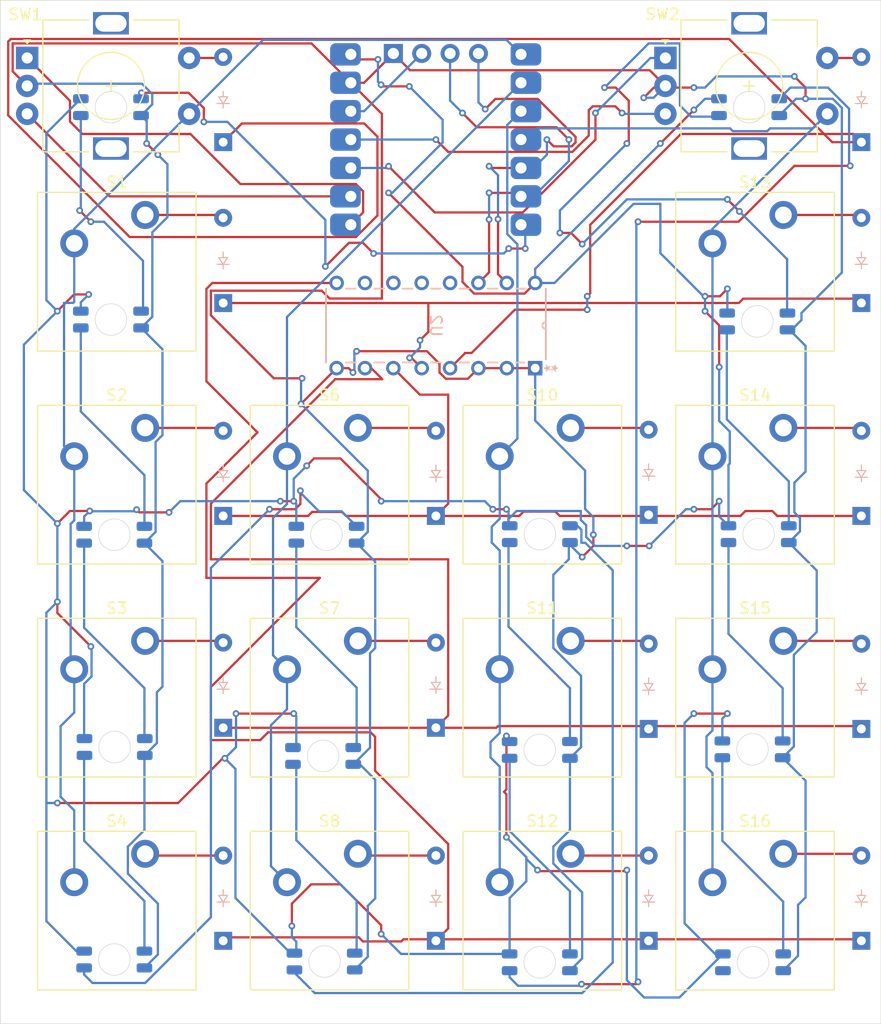
<source format=kicad_pcb>
(kicad_pcb (version 20240108) (generator "pcbnew") (generator_version "8.0")
  (layers (0 "F.Cu" signal) (31 "B.Cu" signal) (34 "B.Paste" user) (35 "F.Paste" user) (36 "B.SilkS" user "B.Silkscreen") (37 "F.SilkS" user "F.Silkscreen") (38 "B.Mask" user) (39 "F.Mask" user) (44 "Edge.Cuts" user))
  (net 0 "")
  (net 1 "GND")
  (net 2 "RGB")
  (net 3 "E1SA")
  (net 4 "Row -1")
  (net 5 "Row 0")
  (net 6 "Net-(D3-A)")
  (net 7 "Row 1")
  (net 8 "Net-(D4-A)")
  (net 9 "Net-(D5-A)")
  (net 10 "Row 2")
  (net 11 "Row 3")
  (net 12 "Net-(D6-A)")
  (net 13 "Net-(D8-A)")
  (net 14 "Net-(D9-A)")
  (net 15 "Net-(D10-A)")
  (net 16 "Net-(D12-A)")
  (net 17 "Net-(D13-A)")
  (net 18 "Net-(D14-A)")
  (net 19 "E2SA")
  (net 20 "Net-(D16-A)")
  (net 21 "Net-(D17-A)")
  (net 22 "Net-(D18-A)")
  (net 23 "Net-(D19-A)")
  (net 24 "Net-(J1-SDA)")
  (net 25 "Net-(J1-SCL)")
  (net 26 "+3V3")
  (net 27 "Column 0")
  (net 28 "Column 1")
  (net 29 "Column 2")
  (net 30 "Column 3")
  (net 31 "E1B")
  (net 32 "E1A")
  (net 33 "E2B")
  (net 34 "E2A")
  (net 39 "+5V")
  (net 40 "Net-(D1-DOUT)")
  (net 41 "Net-(D11-DIN)")
  (net 42 "Net-(D11-DOUT)")
  (net 43 "Net-(D20-DOUT)")
  (net 44 "Net-(D21-DOUT)")
  (net 45 "Net-(D22-DOUT)")
  (net 46 "Net-(D23-DOUT)")
  (net 47 "Net-(D24-DOUT)")
  (net 48 "Net-(D25-DOUT)")
  (net 49 "Net-(D26-DOUT)")
  (net 50 "Net-(D27-DOUT)")
  (net 51 "Net-(D28-DOUT)")
  (net 52 "Net-(D29-DOUT)")
  (net 53 "Net-(D30-DOUT)")
  (net 54 "Net-(D31-DOUT)")
  (footprint "ScottoKeebs_MX:MX_PCB_1.00u" (layer "F.Cu") (at 80.645 95.885)
    (property "Reference" "S2")
    (property "Value" "Keyswitch")
  )
  (footprint "ScottoKeebs_MX:MX_PCB_1.00u" (layer "F.Cu") (at 137.795 95.885)
    (property "Reference" "S14")
    (property "Value" "Keyswitch")
  )
  (footprint "Rotary_Encoder:RotaryEncoder_Alps_EC11E-Switch_Vertical_H20mm" (layer "F.Cu") (at 72.62 57.71)
    (property "Reference" "SW1")
    (property "Value" "RotaryEncoder_Switch")
  )
  (footprint "ScottoKeebs_MX:MX_PCB_1.00u" (layer "F.Cu") (at 137.795 76.835)
    (property "Reference" "S13")
    (property "Value" "Keyswitch")
  )
  (footprint "ScottoKeebs_MX:MX_PCB_1.00u" (layer "F.Cu") (at 99.695 133.985)
    (property "Reference" "S8")
    (property "Value" "Keyswitch")
  )
  (footprint "ScottoKeebs_MX:MX_PCB_1.00u" (layer "F.Cu") (at 80.645 133.985)
    (property "Reference" "S4")
    (property "Value" "Keyswitch")
  )
  (footprint "ScottoKeebs_MX:MX_PCB_1.00u" (layer "F.Cu") (at 99.695 114.935)
    (property "Reference" "S7")
    (property "Value" "Keyswitch")
  )
  (footprint "ScottoKeebs_MX:MX_PCB_1.00u" (layer "F.Cu") (at 137.795 133.985)
    (property "Reference" "S16")
    (property "Value" "Keyswitch")
  )
  (footprint "Rotary_Encoder:RotaryEncoder_Alps_EC11E-Switch_Vertical_H20mm" (layer "F.Cu") (at 129.77 57.71)
    (property "Reference" "SW2")
    (property "Value" "RotaryEncoder_Switch")
  )
  (footprint "ScottoKeebs_MX:MX_PCB_1.00u" (layer "F.Cu") (at 80.645 114.935)
    (property "Reference" "S3")
    (property "Value" "Keyswitch")
  )
  (footprint "ScottoKeebs_MX:MX_PCB_1.00u" (layer "F.Cu") (at 118.745 114.935)
    (property "Reference" "S11")
    (property "Value" "Keyswitch")
  )
  (footprint "ScottoKeebs_MX:MX_PCB_1.00u" (layer "F.Cu") (at 118.745 95.885)
    (property "Reference" "S10")
    (property "Value" "Keyswitch")
  )
  (footprint "ScottoKeebs_Components:OLED_128x64" (layer "F.Cu") (at 109.22 57.30875)
    (property "Reference" "J1" (hide yes))
    (property "Value" "OLED_128x64" (hide yes))
  )
  (footprint "ScottoKeebs_MX:MX_PCB_1.00u" (layer "F.Cu") (at 80.645 76.835)
    (property "Reference" "S1")
    (property "Value" "Keyswitch")
  )
  (footprint "ScottoKeebs_MX:MX_PCB_1.00u" (layer "F.Cu") (at 118.745 133.985)
    (property "Reference" "S12")
    (property "Value" "Keyswitch")
  )
  (footprint "ScottoKeebs_MX:MX_PCB_1.00u" (layer "F.Cu") (at 99.695 95.885)
    (property "Reference" "S6")
    (property "Value" "Keyswitch")
  )
  (footprint "ScottoKeebs_MX:MX_PCB_1.00u" (layer "F.Cu") (at 137.795 114.935)
    (property "Reference" "S15")
    (property "Value" "Keyswitch")
  )
  (footprint "ScottoKeebs_MCU:Seeed_XIAO_RP2040" (layer "B.Cu") (at 109.22 65.01 180)
    (property "Reference" "U1" (hide yes))
    (property "Value" "MCU_Seeed_XIAO_RP2040")
  )
  (footprint "ScottoKeebs_Components:LED_SK6812MINI" (layer "B.Cu") (at 138.12 100.31 180)
    (property "Reference" "D30" (hide yes))
    (property "Value" "LED_SK6812MINI" (hide yes))
    (fp_circle (center 0 0) (end 1 -1) (stroke (width 0.05)) (fill none) (layer "Edge.Cuts"))
  )
  (footprint "ScottoKeebs_Components:LED_SK6812MINI" (layer "B.Cu") (at 137.62 138.61 180)
    (property "Reference" "D32" (hide yes))
    (property "Value" "LED_SK6812MINI" (hide yes))
    (fp_circle (center 0 0) (end 1 -1) (stroke (width 0.05)) (fill none) (layer "Edge.Cuts"))
  )
  (footprint "ScottoKeebs_Components:LED_SK6812MINI" (layer "B.Cu") (at 99.42 100.36 180)
    (property "Reference" "D22" (hide yes))
    (property "Value" "LED_SK6812MINI" (hide yes))
    (fp_circle (center 0 0) (end 1 -1) (stroke (width 0.05)) (fill none) (layer "Edge.Cuts"))
  )
  (footprint "ScottoKeebs_Components:Diode_DO-35" (layer "B.Cu") (at 90.17 98.68 90)
    (property "Reference" "D4" (hide yes))
    (property "Value" "Diode" (hide yes))
  )
  (footprint "ScottoKeebs_Components:Diode_DO-35" (layer "B.Cu") (at 90.17 79.63 90)
    (property "Reference" "D3" (hide yes))
    (property "Value" "Diode" (hide yes))
  )
  (footprint "ScottoKeebs_Components:LED_SK6812MINI" (layer "B.Cu") (at 138 81.28 180)
    (property "Reference" "D29" (hide yes))
    (property "Value" "LED_SK6812MINI" (hide yes))
    (fp_circle (center 0 0) (end 1 -1) (stroke (width 0.05)) (fill none) (layer "Edge.Cuts"))
  )
  (footprint "ScottoKeebs_Components:Diode_DO-35" (layer "B.Cu") (at 147.32 65.245 90)
    (property "Reference" "D15" (hide yes))
    (property "Value" "Diode" (hide yes))
  )
  (footprint "ScottoKeebs_Components:LED_SK6812MINI" (layer "B.Cu") (at 80.45 119.35 180)
    (property "Reference" "D20" (hide yes))
    (property "Value" "LED_SK6812MINI" (hide yes))
    (fp_circle (center 0 0) (end 1 -1) (stroke (width 0.05)) (fill none) (layer "Edge.Cuts"))
  )
  (footprint "ScottoKeebs_Components:LED_SK6812MINI" (layer "B.Cu") (at 80.42 138.36 180)
    (property "Reference" "D21" (hide yes))
    (property "Value" "LED_SK6812MINI" (hide yes))
    (fp_circle (center 0 0) (end 1 -1) (stroke (width 0.05)) (fill none) (layer "Edge.Cuts"))
  )
  (footprint "ScottoKeebs_Components:Diode_DO-35" (layer "B.Cu") (at 109.22 98.68 90)
    (property "Reference" "D8" (hide yes))
    (property "Value" "Diode" (hide yes))
  )
  (footprint "ScottoKeebs_Components:LED_SK6812MINI" (layer "B.Cu") (at 80.12 81.11 180)
    (property "Reference" "D7" (hide yes))
    (property "Value" "LED_SK6812MINI" (hide yes))
    (fp_circle (center 0 0) (end 1 -1) (stroke (width 0.05)) (fill none) (layer "Edge.Cuts"))
  )
  (footprint "ScottoKeebs_Components:Diode_DO-35" (layer "B.Cu") (at 147.32 136.6825 90)
    (property "Reference" "D19" (hide yes))
    (property "Value" "Diode" (hide yes))
  )
  (footprint "ScottoKeebs_Components:LED_SK6812MINI" (layer "B.Cu") (at 80.42 100.36 180)
    (property "Reference" "D11" (hide yes))
    (property "Value" "LED_SK6812MINI" (hide yes))
    (fp_circle (center 0 0) (end 1 -1) (stroke (width 0.05)) (fill none) (layer "Edge.Cuts"))
  )
  (footprint "ScottoKeebs_Components:Diode_DO-35" (layer "B.Cu") (at 147.32 117.73 90)
    (property "Reference" "D18" (hide yes))
    (property "Value" "Diode" (hide yes))
  )
  (footprint "ScottoKeebs_Components:LED_SK6812MINI" (layer "B.Cu") (at 80.12 62.11 180)
    (property "Reference" "D1" (hide yes))
    (property "Value" "LED_SK6812MINI" (hide yes))
    (fp_circle (center 0 0) (end 1 -1) (stroke (width 0.05)) (fill none) (layer "Edge.Cuts"))
  )
  (footprint "ScottoKeebs_Components:Diode_DO-35" (layer "B.Cu") (at 109.22 136.6825 90)
    (property "Reference" "D10" (hide yes))
    (property "Value" "Diode" (hide yes))
  )
  (footprint "ScottoKeebs_Components:LED_SK6812MINI" (layer "B.Cu") (at 137.27 62.11 180)
    (property "Reference" "D28" (hide yes))
    (property "Value" "LED_SK6812MINI" (hide yes))
    (fp_circle (center 0 0) (end 1 -1) (stroke (width 0.05)) (fill none) (layer "Edge.Cuts"))
  )
  (footprint "ScottoKeebs_Components:Diode_DO-35" (layer "B.Cu") (at 147.32 98.68 90)
    (property "Reference" "D17" (hide yes))
    (property "Value" "Diode" (hide yes))
  )
  (footprint "ScottoKeebs_Components:LED_SK6812MINI" (layer "B.Cu") (at 118.52 138.61 180)
    (property "Reference" "D27" (hide yes))
    (property "Value" "LED_SK6812MINI" (hide yes))
    (fp_circle (center 0 0) (end 1 -1) (stroke (width 0.05)) (fill none) (layer "Edge.Cuts"))
  )
  (footprint "ScottoKeebs_Components:Diode_DO-35" (layer "B.Cu") (at 90.17 65.245 90)
    (property "Reference" "D2" (hide yes))
    (property "Value" "Diode" (hide yes))
  )
  (footprint "ScottoKeebs_Components:LED_SK6812MINI" (layer "B.Cu") (at 99.12 120.15 180)
    (property "Reference" "D23" (hide yes))
    (property "Value" "LED_SK6812MINI" (hide yes))
    (fp_circle (center 0 0) (end 1 -1) (stroke (width 0.05)) (fill none) (layer "Edge.Cuts"))
  )
  (footprint "ScottoKeebs_Components:Diode_DO-35" (layer "B.Cu") (at 128.27 117.73 90)
    (property "Reference" "D13" (hide yes))
    (property "Value" "Diode" (hide yes))
  )
  (footprint "ScottoKeebs_Components:Diode_DO-35" (layer "B.Cu") (at 128.27 136.6825 90)
    (property "Reference" "D14" (hide yes))
    (property "Value" "Diode" (hide yes))
  )
  (footprint "ScottoKeebs_Components:Diode_DO-35" (layer "B.Cu") (at 109.22 117.6325 90)
    (property "Reference" "D9" (hide yes))
    (property "Value" "Diode" (hide yes))
  )
  (footprint "ScottoKeebs_Components:LED_SK6812MINI" (layer "B.Cu") (at 99.25 138.54 180)
    (property "Reference" "D24" (hide yes))
    (property "Value" "LED_SK6812MINI" (hide yes))
    (fp_circle (center 0 0) (end 1 -1) (stroke (width 0.05)) (fill none) (layer "Edge.Cuts"))
  )
  (footprint "ScottoKeebs_Components:Diode_DO-35" (layer "B.Cu") (at 90.17 117.6325 90)
    (property "Reference" "D5" (hide yes))
    (property "Value" "Diode" (hide yes))
  )
  (footprint "ScottoKeebs_Components:Diode_DO-35" (layer "B.Cu") (at 128.27 98.5825 90)
    (property "Reference" "D12" (hide yes))
    (property "Value" "Diode" (hide yes))
  )
  (footprint "ScottoKeebs_Components:Diode_DO-35" (layer "B.Cu") (at 147.32 79.63 90)
    (property "Reference" "D16" (hide yes))
    (property "Value" "Diode" (hide yes))
  )
  (footprint "ScottoKeebs_Components:Diode_DO-35" (layer "B.Cu") (at 90.17 136.6825 90)
    (property "Reference" "D6" (hide yes))
    (property "Value" "Diode" (hide yes))
  )
  (footprint "ScottoKeebs_Components:LED_SK6812MINI" (layer "B.Cu") (at 118.53 100.31 180)
    (property "Reference" "D25" (hide yes))
    (property "Value" "LED_SK6812MINI" (hide yes))
    (fp_circle (center 0 0) (end 1 -1) (stroke (width 0.05)) (fill none) (layer "Edge.Cuts"))
  )
  (footprint "ScottoKeebs_Components:LED_SK6812MINI" (layer "B.Cu") (at 137.57 119.56 180)
    (property "Reference" "D31" (hide yes))
    (property "Value" "LED_SK6812MINI" (hide yes))
    (fp_circle (center 0 0) (end 1 -1) (stroke (width 0.05)) (fill none) (layer "Edge.Cuts"))
  )
  (footprint "pcf:N16" (layer "B.Cu") (at 100.33 77.8383 90)
    (property "Reference" "U2")
    (property "Value" "PCF8574A")
  )
  (footprint "ScottoKeebs_Components:LED_SK6812MINI" (layer "B.Cu") (at 118.52 119.61 180)
    (property "Reference" "D26" (hide yes))
    (property "Value" "LED_SK6812MINI" (hide yes))
    (fp_circle (center 0 0) (end 1 -1) (stroke (width 0.05)) (fill none) (layer "Edge.Cuts"))
  )
  (gr_rect (start 70.21 52.55) (end 149.07 144.1) (stroke (width 0.05)) (fill none) (layer "Edge.Cuts"))
  (segment (start 94.706635 86.366635) (end 97.232885 86.366635) (width 0.2) (layer "F.Cu") (net 1))
  (segment (start 104.38375 79.23) (end 99.695 79.23) (width 0.2) (layer "F.Cu") (net 1))
  (segment (start 97.143235 88.645065) (end 100.33 85.4583) (width 0.2) (layer "F.Cu") (net 1))
  (segment (start 115.57 85.4583) (end 118.11 85.4583) (width 0.2) (layer "F.Cu") (net 1))
  (segment (start 84.32 66.36) (end 83.32 65.36) (width 0.2) (layer "F.Cu") (net 1))
  (segment (start 89.07 80.73) (end 94.706635 86.366635) (width 0.2) (layer "F.Cu") (net 1))
  (segment (start 109.5423 85.850851) (end 110.097449 86.406) (width 0.2) (layer "F.Cu") (net 1))
  (segment (start 128.74 60.36) (end 132.32 60.36) (width 0.2) (layer "F.Cu") (net 1))
  (segment (start 101.6 59.93) (end 102.78875 59.93) (width 0.2) (layer "F.Cu") (net 1))
  (segment (start 72.62 60.21) (end 71.32 58.91) (width 0.2) (layer "F.Cu") (net 1))
  (segment (start 112.0823 86.406) (end 113.03 85.4583) (width 0.2) (layer "F.Cu") (net 1))
  (segment (start 110.097449 86.406) (end 112.0823 86.406) (width 0.2) (layer "F.Cu") (net 1))
  (segment (start 97.143235 88.658235) (end 97.143235 88.645065) (width 0.2) (layer "F.Cu") (net 1))
  (segment (start 101.401103 85.4583) (end 101.790304 85.847501) (width 0.2) (layer "F.Cu") (net 1))
  (segment (start 89.07 78.53) (end 89.07 80.73) (width 0.2) (layer "F.Cu") (net 1))
  (segment (start 98.08 56.41) (end 101.6 59.93) (width 0.2) (layer "F.Cu") (net 1))
  (segment (start 101.6 59.93) (end 104.38375 62.71375) (width 0.2) (layer "F.Cu") (net 1))
  (segment (start 106.91125 58.81) (end 128.37 58.81) (width 0.2) (layer "F.Cu") (net 1))
  (segment (start 108.420213 83.943662) (end 109.5423 85.065749) (width 0.2) (layer "F.Cu") (net 1))
  (segment (start 122.32 102.36) (end 123.32 101.36) (width 0.2) (layer "F.Cu") (net 1))
  (segment (start 109.5423 85.065749) (end 109.5423 85.850851) (width 0.2) (layer "F.Cu") (net 1))
  (segment (start 102.78875 59.93) (end 105.41 57.30875) (width 0.2) (layer "F.Cu") (net 1))
  (segment (start 99.695 79.23) (end 98.995 78.53) (width 0.2) (layer "F.Cu") (net 1))
  (segment (start 142.32 60.36) (end 142.32 61.36) (width 0.2) (layer "F.Cu") (net 1))
  (segment (start 71.32 56.41) (end 98.08 56.41) (width 0.2) (layer "F.Cu") (net 1))
  (segment (start 102.118722 83.943662) (end 108.420213 83.943662) (width 0.2) (layer "F.Cu") (net 1))
  (segment (start 98.995 78.53) (end 89.07 78.53) (width 0.2) (layer "F.Cu") (net 1))
  (segment (start 128.37 58.81) (end 129.77 60.21) (width 0.2) (layer "F.Cu") (net 1))
  (segment (start 127.83 61.27) (end 128.74 60.36) (width 0.2) (layer "F.Cu") (net 1))
  (segment (start 141.32 59.36) (end 142.32 60.36) (width 0.2) (layer "F.Cu") (net 1))
  (segment (start 100.33 85.4583) (end 101.401103 85.4583) (width 0.2) (layer "F.Cu") (net 1))
  (segment (start 113.03 85.4583) (end 115.57 85.4583) (width 0.2) (layer "F.Cu") (net 1))
  (segment (start 104.38375 62.71375) (end 104.38375 79.23) (width 0.2) (layer "F.Cu") (net 1))
  (segment (start 71.32 58.91) (end 71.32 56.41) (width 0.2) (layer "F.Cu") (net 1))
  (segment (start 105.41 57.30875) (end 106.91125 58.81) (width 0.2) (layer "F.Cu") (net 1))
  (segment (start 123.32 101.36) (end 123.32 100.36) (width 0.2) (layer "F.Cu") (net 1))
  (via (at 127.83 61.27) (size 0.6) (drill 0.3) (layers "F.Cu" "B.Cu") (net 1))
  (via (at 141.32 59.36) (size 0.6) (drill 0.3) (layers "F.Cu" "B.Cu") (net 1))
  (via (at 123.32 100.36) (size 0.6) (drill 0.3) (layers "F.Cu" "B.Cu") (net 1))
  (via (at 122.32 102.36) (size 0.6) (drill 0.3) (layers "F.Cu" "B.Cu") (net 1))
  (via (at 142.32 61.36) (size 0.6) (drill 0.3) (layers "F.Cu" "B.Cu") (net 1))
  (via (at 97.143235 88.658235) (size 0.6) (drill 0.3) (layers "F.Cu" "B.Cu") (net 1))
  (via (at 101.790304 85.847501) (size 0.6) (drill 0.3) (layers "F.Cu" "B.Cu") (net 1))
  (via (at 84.32 66.36) (size 0.6) (drill 0.3) (layers "F.Cu" "B.Cu") (net 1))
  (via (at 97.232885 86.366635) (size 0.6) (drill 0.3) (layers "F.Cu" "B.Cu") (net 1))
  (via (at 102.118722 83.943662) (size 0.6) (drill 0.3) (layers "F.Cu" "B.Cu") (net 1))
  (via (at 132.32 60.36) (size 0.6) (drill 0.3) (layers "F.Cu" "B.Cu") (net 1))
  (via (at 83.32 65.36) (size 0.6) (drill 0.3) (layers "F.Cu" "B.Cu") (net 1))
  (segment (start 141.82 100.06) (end 141.82 98.86) (width 0.2) (layer "B.Cu") (net 1))
  (segment (start 84.32 133.36) (end 84.32 137.91) (width 0.2) (layer "B.Cu") (net 1))
  (segment (start 132.32 60.36) (end 133.32 60.36) (width 0.2) (layer "B.Cu") (net 1))
  (segment (start 84.12 100.11) (end 84.12 92.062032) (width 0.2) (layer "B.Cu") (net 1))
  (segment (start 83.12 101.11) (end 84.735 102.725) (width 0.2) (layer "B.Cu") (net 1))
  (segment (start 123.32 98.794315) (end 122.58 98.054315) (width 0.2) (layer "B.Cu") (net 1))
  (segment (start 83.12 101.11) (end 84.12 100.11) (width 0.2) (layer "B.Cu") (net 1))
  (segment (start 121.22 126.777968) (end 119.735 128.262968) (width 0.2) (layer "B.Cu") (net 1))
  (segment (start 84.23 114.45) (end 84.23 119) (width 0.2) (layer "B.Cu") (net 1))
  (segment (start 101.9223 84.140084) (end 102.118722 83.943662) (width 0.2) (layer "B.Cu") (net 1))
  (segment (start 118.11 90.15) (end 118.11 85.4583) (width 0.2) (layer "B.Cu") (net 1))
  (segment (start 122.58 98.054315) (end 122.58 94.62) (width 0.2) (layer "B.Cu") (net 1))
  (segment (start 81.635 128.262968) (end 81.635 130.675) (width 0.2) (layer "B.Cu") (net 1))
  (segment (start 141.27 119.31) (end 141.27 111.112032) (width 0.2) (layer "B.Cu") (net 1))
  (segment (start 140.27 120.31) (end 141.27 119.31) (width 0.2) (layer "B.Cu") (net 1))
  (segment (start 103.12 100.11) (end 103.12 94.635) (width 0.2) (layer "B.Cu") (net 1))
  (segment (start 121.12 102.56) (end 121.12 101.11) (width 0.2) (layer "B.Cu") (net 1))
  (segment (start 121.12 101.11) (end 121.12 101.16) (width 0.2) (layer "B.Cu") (net 1))
  (segment (start 128.71 61.27) (end 129.77 60.21) (width 0.2) (layer "B.Cu") (net 1))
  (segment (start 83.32 63.36) (end 82.82 62.86) (width 0.2) (layer "B.Cu") (net 1))
  (segment (start 141.27 111.112032) (end 143.32 109.062032) (width 0.2) (layer "B.Cu") (net 1))
  (segment (start 123.32 100.36) (end 123.32 98.794315) (width 0.2) (layer "B.Cu") (net 1))
  (segment (start 83.827032 73.305) (end 85.177843 71.954189) (width 0.2) (layer "B.Cu") (net 1))
  (segment (start 83.82 60.940142) (end 82.889858 60.01) (width 0.2) (layer "B.Cu") (net 1))
  (segment (start 72.82 60.01) (end 72.62 60.21) (width 0.2) (layer "B.Cu") (net 1))
  (segment (start 121.12 101.16) (end 122.32 102.36) (width 0.2) (layer "B.Cu") (net 1))
  (segment (start 97.143235 86.456285) (end 97.143235 88.658235) (width 0.2) (layer "B.Cu") (net 1))
  (segment (start 83.82 61.86) (end 83.82 60.940142) (width 0.2) (layer "B.Cu") (net 1))
  (segment (start 97.232885 86.366635) (end 97.143235 86.456285) (width 0.2) (layer "B.Cu") (net 1))
  (segment (start 119.735 128.262968) (end 119.735 129.775) (width 0.2) (layer "B.Cu") (net 1))
  (segment (start 103.12 138.11) (end 102.12 139.11) (width 0.2) (layer "B.Cu") (net 1))
  (segment (start 141.32 95.707588) (end 142.32 94.707588) (width 0.2) (layer "B.Cu") (net 1))
  (segment (start 84.735 113.945) (end 84.23 114.45) (width 0.2) (layer "B.Cu") (net 1))
  (segment (start 81.635 130.675) (end 84.32 133.36) (width 0.2) (layer "B.Cu") (net 1))
  (segment (start 82.889858 60.01) (end 72.82 60.01) (width 0.2) (layer "B.Cu") (net 1))
  (segment (start 141.82 98.86) (end 141.32 98.36) (width 0.2) (layer "B.Cu") (net 1))
  (segment (start 103.32 119.41) (end 103.32 110.962032) (width 0.2) (layer "B.Cu") (net 1))
  (segment (start 103.785 132.895) (end 103.12 133.56) (width 0.2) (layer "B.Cu") (net 1))
  (segment (start 83.827032 80.852968) (end 83.827032 73.305) (width 0.2) (layer "B.Cu") (net 1))
  (segment (start 119.735 103.945) (end 121.12 102.56) (width 0.2) (layer "B.Cu") (net 1))
  (segment (start 134.32 59.36) (end 141.32 59.36) (width 0.2) (layer "B.Cu") (net 1))
  (segment (start 121.22 120.36) (end 122.22 119.36) (width 0.2) (layer "B.Cu") (net 1))
  (segment (start 122.32 132.36) (end 122.32 138.26) (width 0.2) (layer "B.Cu") (net 1))
  (segment (start 82.82 62.86) (end 83.82 61.86) (width 0.2) (layer "B.Cu") (net 1))
  (segment (start 122.58 94.62) (end 118.11 90.15) (width 0.2) (layer "B.Cu") (net 1))
  (segment (start 103.785 110.497032) (end 103.785 102.775) (width 0.2) (layer "B.Cu") (net 1))
  (segment (start 141.65 133.477588) (end 142.32 132.807588) (width 0.2) (layer "B.Cu") (net 1))
  (segment (start 140.985 82.125) (end 141.955 81.155) (width 0.2) (layer "B.Cu") (net 1))
  (segment (start 122.22 119.36) (end 122.22 112.982032) (width 0.2) (layer "B.Cu") (net 1))
  (segment (start 102.12 120.61) (end 103.32 119.41) (width 0.2) (layer "B.Cu") (net 1))
  (segment (start 119.735 129.775) (end 122.32 132.36) (width 0.2) (layer "B.Cu") (net 1))
  (segment (start 83.12 126.777968) (end 81.635 128.262968) (width 0.2) (layer "B.Cu") (net 1))
  (segment (start 142.32 61.36) (end 141.47 61.36) (width 0.2) (layer "B.Cu") (net 1))
  (segment (start 122.32 138.26) (end 121.22 139.36) (width 0.2) (layer "B.Cu") (net 1))
  (segment (start 142.32 83.46) (end 140.985 82.125) (width 0.2) (layer "B.Cu") (net 1))
  (segment (start 84.735 83.775) (end 82.82 81.86) (width 0.2) (layer "B.Cu") (net 1))
  (segment (start 141.955 81.155) (end 141.955 80.525) (width 0.2) (layer "B.Cu") (net 1))
  (segment (start 140.32 139.36) (end 141.65 138.03) (width 0.2) (layer "B.Cu") (net 1))
  (segment (start 127.83 61.27) (end 128.71 61.27) (width 0.2) (layer "B.Cu") (net 1))
  (segment (start 121.22 120.36) (end 121.22 126.777968) (width 0.2) (layer "B.Cu") (net 1))
  (segment (start 83.32 65.36) (end 83.32 63.36) (width 0.2) (layer "B.Cu") (net 1))
  (segment (start 85.177843 71.954189) (end 85.177843 67.217843) (width 0.2) (layer "B.Cu") (net 1))
  (segment (start 84.32 137.91) (end 83.12 139.11) (width 0.2) (layer "B.Cu") (net 1))
  (segment (start 103.12 94.635) (end 97.143235 88.658235) (width 0.2) (layer "B.Cu") (net 1))
  (segment (start 143.32 103.56) (end 140.82 101.06) (width 0.2) (layer "B.Cu") (net 1))
  (segment (start 122.22 112.982032) (end 119.735 110.497032) (width 0.2) (layer "B.Cu") (net 1))
  (segment (start 84.735 91.447032) (end 84.735 83.775) (width 0.2) (layer "B.Cu") (net 1))
  (segment (start 101.9223 85.715505) (end 101.9223 84.140084) (width 0.2) (layer "B.Cu") (net 1))
  (segment (start 133.32 60.36) (end 134.32 59.36) (width 0.2) (layer "B.Cu") (net 1))
  (segment (start 84.735 102.725) (end 84.735 113.945) (width 0.2) (layer "B.Cu") (net 1))
  (segment (start 145.57 62.171522) (end 144.758478 61.36) (width 0.2) (layer "B.Cu") (net 1))
  (segment (start 141.65 138.03) (end 141.65 133.477588) (width 0.2) (layer "B.Cu") (net 1))
  (segment (start 103.785 102.775) (end 102.12 101.11) (width 0.2) (layer "B.Cu") (net 1))
  (segment (start 141.32 98.36) (end 141.32 95.707588) (width 0.2) (layer "B.Cu") (net 1))
  (segment (start 103.785 122.275) (end 103.785 132.895) (width 0.2) (layer "B.Cu") (net 1))
  (segment (start 101.790304 85.847501) (end 101.9223 85.715505) (width 0.2) (layer "B.Cu") (net 1))
  (segment (start 119.735 110.497032) (end 119.735 103.945) (width 0.2) (layer "B.Cu") (net 1))
  (segment (start 142.32 94.707588) (end 142.32 83.46) (width 0.2) (layer "B.Cu") (net 1))
  (segment (start 102.12 120.61) (end 103.785 122.275) (width 0.2) (layer "B.Cu") (net 1))
  (segment (start 82.82 81.86) (end 83.827032 80.852968) (width 0.2) (layer "B.Cu") (net 1))
  (segment (start 143.32 109.062032) (end 143.32 103.56) (width 0.2) (layer "B.Cu") (net 1))
  (segment (start 103.12 133.56) (end 103.12 138.11) (width 0.2) (layer "B.Cu") (net 1))
  (segment (start 141.955 80.525) (end 145.57 76.91) (width 0.2) (layer "B.Cu") (net 1))
  (segment (start 144.758478 61.36) (end 142.32 61.36) (width 0.2) (layer "B.Cu") (net 1))
  (segment (start 102.12 101.11) (end 103.12 100.11) (width 0.2) (layer "B.Cu") (net 1))
  (segment (start 142.32 122.36) (end 140.27 120.31) (width 0.2) (layer "B.Cu") (net 1))
  (segment (start 103.32 110.962032) (end 103.785 110.497032) (width 0.2) (layer "B.Cu") (net 1))
  (segment (start 145.57 76.91) (end 145.57 62.171522) (width 0.2) (layer "B.Cu") (net 1))
  (segment (start 83.12 120.11) (end 83.12 126.777968) (width 0.2) (layer "B.Cu") (net 1))
  (segment (start 84.23 119) (end 83.12 120.11) (width 0.2) (layer "B.Cu") (net 1))
  (segment (start 142.32 132.807588) (end 142.32 122.36) (width 0.2) (layer "B.Cu") (net 1))
  (segment (start 85.177843 67.217843) (end 84.32 66.36) (width 0.2) (layer "B.Cu") (net 1))
  (segment (start 84.12 92.062032) (end 84.735 91.447032) (width 0.2) (layer "B.Cu") (net 1))
  (segment (start 140.82 101.06) (end 141.82 100.06) (width 0.2) (layer "B.Cu") (net 1))
  (segment (start 141.47 61.36) (end 139.97 62.86) (width 0.2) (layer "B.Cu") (net 1))
  (segment (start 115.74 74.76) (end 117.22 74.76) (width 0.2) (layer "F.Cu") (net 2))
  (segment (start 99.32 76.36) (end 101.43375 74.24625) (width 0.2) (layer "F.Cu") (net 2))
  (segment (start 82.855664 60.824336) (end 87.072814 60.824336) (width 0.2) (layer "F.Cu") (net 2))
  (segment (start 88.43894 62.190462) (end 88.43894 63.424426) (width 0.2) (layer "F.Cu") (net 2))
  (segment (start 102.68625 74.24625) (end 103.64 75.2) (width 0.2) (layer "F.Cu") (net 2))
  (segment (start 87.072814 60.824336) (end 88.43894 62.190462) (width 0.2) (layer "F.Cu") (net 2))
  (segment (start 101.43375 74.24625) (end 102.68625 74.24625) (width 0.2) (layer "F.Cu") (net 2))
  (via (at 117.22 74.76) (size 0.6) (drill 0.3) (layers "F.Cu" "B.Cu") (net 2))
  (via (at 103.64 75.2) (size 0.6) (drill 0.3) (layers "F.Cu" "B.Cu") (net 2))
  (via (at 88.43894 63.424426) (size 0.6) (drill 0.3) (layers "F.Cu" "B.Cu") (net 2))
  (via (at 99.32 76.36) (size 0.6) (drill 0.3) (layers "F.Cu" "B.Cu") (net 2))
  (via (at 115.74 74.76) (size 0.6) (drill 0.3) (layers "F.Cu" "B.Cu") (net 2))
  (via (at 82.855664 60.824336) (size 0.6) (drill 0.3) (layers "F.Cu" "B.Cu") (net 2))
  (segment (start 117.22 74.76) (end 117.22 73.01) (width 0.2) (layer "B.Cu") (net 2))
  (segment (start 117.22 73.01) (end 116.84 72.63) (width 0.2) (layer "B.Cu") (net 2))
  (segment (start 90.549426 63.424426) (end 99.32 72.195) (width 0.2) (layer "B.Cu") (net 2))
  (segment (start 115.3 75.2) (end 115.74 74.76) (width 0.2) (layer "B.Cu") (net 2))
  (segment (start 99.32 72.195) (end 99.32 76.36) (width 0.2) (layer "B.Cu") (net 2))
  (segment (start 82.82 60.86) (end 82.855664 60.824336) (width 0.2) (layer "B.Cu") (net 2))
  (segment (start 88.43894 63.424426) (end 90.549426 63.424426) (width 0.2) (layer "B.Cu") (net 2))
  (segment (start 103.64 75.2) (end 115.3 75.2) (width 0.2) (layer "B.Cu") (net 2))
  (segment (start 82.82 61.36) (end 82.82 60.86) (width 0.2) (layer "B.Cu") (net 2))
  (segment (start 90.085 57.71) (end 90.17 57.625) (width 0.2) (layer "F.Cu") (net 3))
  (segment (start 87.12 57.71) (end 90.085 57.71) (width 0.2) (layer "F.Cu") (net 3))
  (segment (start 103.98375 64.749436) (end 103.98375 71.801885) (width 0.2) (layer "F.Cu") (net 4))
  (segment (start 146.585 64.51) (end 147.32 65.245) (width 0.2) (layer "F.Cu") (net 4))
  (segment (start 102.055635 73.73) (end 81.801522 73.73) (width 0.2) (layer "F.Cu") (net 4))
  (segment (start 144.71 65.245) (end 147.32 65.245) (width 0.2) (layer "F.Cu") (net 4))
  (segment (start 123.0375 72.63) (end 131.1575 64.51) (width 0.2) (layer "F.Cu") (net 4))
  (segment (start 90.17 65.245) (end 91.845 63.57) (width 0.2) (layer "F.Cu") (net 4))
  (segment (start 111.81 84.1383) (end 110.49 85.4583) (width 0.2) (layer "F.Cu") (net 4))
  (segment (start 116.283985 80.23) (end 112.413985 84.1) (width 0.2) (layer "F.Cu") (net 4))
  (segment (start 81.801522 73.73) (end 70.92 62.848478) (width 0.2) (layer "F.Cu") (net 4))
  (segment (start 91.845 63.57) (end 102.804314 63.57) (width 0.2) (layer "F.Cu") (net 4))
  (segment (start 135.475 56.01) (end 144.71 65.245) (width 0.2) (layer "F.Cu") (net 4))
  (segment (start 102.804314 63.57) (end 103.98375 64.749436) (width 0.2) (layer "F.Cu") (net 4))
  (segment (start 70.92 62.848478) (end 70.92 56.244315) (width 0.2) (layer "F.Cu") (net 4))
  (segment (start 123.0375 72.63) (end 123.0375 78.7625) (width 0.2) (layer "F.Cu") (net 4))
  (segment (start 70.92 56.244315) (end 71.154315 56.01) (width 0.2) (layer "F.Cu") (net 4))
  (segment (start 111.81 84.1) (end 111.81 84.1383) (width 0.2) (layer "F.Cu") (net 4))
  (segment (start 122.77 80.23) (end 116.283985 80.23) (width 0.2) (layer "F.Cu") (net 4))
  (segment (start 71.154315 56.01) (end 135.475 56.01) (width 0.2) (layer "F.Cu") (net 4))
  (segment (start 112.413985 84.1) (end 111.81 84.1) (width 0.2) (layer "F.Cu") (net 4))
  (segment (start 103.98375 71.801885) (end 102.055635 73.73) (width 0.2) (layer "F.Cu") (net 4))
  (segment (start 131.1575 64.51) (end 146.585 64.51) (width 0.2) (layer "F.Cu") (net 4))
  (segment (start 123.0375 78.7625) (end 122.77 79.03) (width 0.2) (layer "F.Cu") (net 4))
  (via (at 122.77 80.23) (size 0.6) (drill 0.3) (layers "F.Cu" "B.Cu") (net 4))
  (via (at 122.77 79.03) (size 0.6) (drill 0.3) (layers "F.Cu" "B.Cu") (net 4))
  (segment (start 122.77 79.03) (end 122.77 80.23) (width 0.2) (layer "B.Cu") (net 4))
  (segment (start 136.74 79.24) (end 146.93 79.24) (width 0.2) (layer "F.Cu") (net 5))
  (segment (start 146.93 79.24) (end 147.32 79.63) (width 0.2) (layer "F.Cu") (net 5))
  (segment (start 136.35 79.63) (end 136.74 79.24) (width 0.2) (layer "F.Cu") (net 5))
  (segment (start 107.035362 84.543662) (end 107.667157 85.175457) (width 0.2) (layer "F.Cu") (net 5))
  (segment (start 108.541951 79.63) (end 108.541951 82.218049) (width 0.2) (layer "F.Cu") (net 5))
  (segment (start 90.17 79.63) (end 136.35 79.63) (width 0.2) (layer "F.Cu") (net 5))
  (segment (start 108.541951 82.218049) (end 107.8 82.96) (width 0.2) (layer "F.Cu") (net 5))
  (segment (start 90.17 79.63) (end 108.541951 79.63) (width 0.2) (layer "F.Cu") (net 5))
  (segment (start 106.87 84.543662) (end 107.035362 84.543662) (width 0.2) (layer "F.Cu") (net 5))
  (via (at 106.87 84.543662) (size 0.6) (drill 0.3) (layers "F.Cu" "B.Cu") (net 5))
  (via (at 107.8 82.96) (size 0.6) (drill 0.3) (layers "F.Cu" "B.Cu") (net 5))
  (segment (start 107.8 82.96) (end 107.8 83.613662) (width 0.2) (layer "B.Cu") (net 5))
  (segment (start 107.8 83.613662) (end 106.87 84.543662) (width 0.2) (layer "B.Cu") (net 5))
  (segment (start 83.185 71.755) (end 89.915 71.755) (width 0.2) (layer "F.Cu") (net 6))
  (segment (start 89.915 71.755) (end 90.17 72.01) (width 0.2) (layer "F.Cu") (net 6))
  (segment (start 117.07 98.29) (end 116.68 98.68) (width 0.2) (layer "F.Cu") (net 7))
  (segment (start 136.49 98.68) (end 120.31 98.68) (width 0.2) (layer "F.Cu") (net 7))
  (segment (start 107.78 87.8283) (end 110.32 87.8283) (width 0.2) (layer "F.Cu") (net 7))
  (segment (start 116.68 98.68) (end 101.17 98.68) (width 0.2) (layer "F.Cu") (net 7))
  (segment (start 136.93 98.24) (end 136.49 98.68) (width 0.2) (layer "F.Cu") (net 7))
  (segment (start 120.31 98.68) (end 119.92 98.29) (width 0.2) (layer "F.Cu") (net 7))
  (segment (start 139.35 98.24) (end 136.93 98.24) (width 0.2) (layer "F.Cu") (net 7))
  (segment (start 139.79 98.68) (end 139.35 98.24) (width 0.2) (layer "F.Cu") (net 7))
  (segment (start 119.92 98.29) (end 117.07 98.29) (width 0.2) (layer "F.Cu") (net 7))
  (segment (start 147.32 98.68) (end 139.79 98.68) (width 0.2) (layer "F.Cu") (net 7))
  (segment (start 98.138428 98.321572) (end 97.78 98.68) (width 0.2) (layer "F.Cu") (net 7))
  (segment (start 105.41 85.4583) (end 107.78 87.8283) (width 0.2) (layer "F.Cu") (net 7))
  (segment (start 109.22 98.68) (end 110.32 97.58) (width 0.2) (layer "F.Cu") (net 7))
  (segment (start 97.78 98.68) (end 90.17 98.68) (width 0.2) (layer "F.Cu") (net 7))
  (segment (start 100.811572 98.321572) (end 98.138428 98.321572) (width 0.2) (layer "F.Cu") (net 7))
  (segment (start 101.17 98.68) (end 100.811572 98.321572) (width 0.2) (layer "F.Cu") (net 7))
  (segment (start 110.32 97.58) (end 110.32 87.8283) (width 0.2) (layer "F.Cu") (net 7))
  (segment (start 89.915 90.805) (end 90.17 91.06) (width 0.2) (layer "F.Cu") (net 8))
  (segment (start 83.185 90.805) (end 89.915 90.805) (width 0.2) (layer "F.Cu") (net 8))
  (segment (start 90.0125 109.855) (end 90.17 110.0125) (width 0.2) (layer "F.Cu") (net 9))
  (segment (start 83.185 109.855) (end 90.0125 109.855) (width 0.2) (layer "F.Cu") (net 9))
  (segment (start 147.32 117.73) (end 147.07 117.48) (width 0.2) (layer "F.Cu") (net 10))
  (segment (start 109.22 117.6325) (end 110.32 116.5325) (width 0.2) (layer "F.Cu") (net 10))
  (segment (start 114.782588 117.48) (end 114.630088 117.6325) (width 0.2) (layer "F.Cu") (net 10))
  (segment (start 114.630088 117.6325) (end 90.17 117.6325) (width 0.2) (layer "F.Cu") (net 10))
  (segment (start 89.07 97.58) (end 100.2025 86.4475) (width 0.2) (layer "F.Cu") (net 10))
  (segment (start 110.32 116.5325) (end 110.32 102.56) (width 0.2) (layer "F.Cu") (net 10))
  (segment (start 100.2025 86.4475) (end 104.4208 86.4475) (width 0.2) (layer "F.Cu") (net 10))
  (segment (start 103.4316 85.4583) (end 103.27 85.4583) (width 0.2) (layer "F.Cu") (net 10))
  (segment (start 147.07 117.48) (end 114.782588 117.48) (width 0.2) (layer "F.Cu") (net 10))
  (segment (start 104.4208 86.4475) (end 103.4316 85.4583) (width 0.2) (layer "F.Cu") (net 10))
  (segment (start 110.32 102.56) (end 89.07 102.56) (width 0.2) (layer "F.Cu") (net 10))
  (segment (start 89.07 102.56) (end 89.07 97.58) (width 0.2) (layer "F.Cu") (net 10))
  (segment (start 106.12 136.74) (end 106.31 136.55) (width 0.2) (layer "F.Cu") (net 11))
  (segment (start 94.1825 118.04) (end 93.49 118.7325) (width 0.2) (layer "F.Cu") (net 11))
  (segment (start 89.196015 77.8383) (end 100.33 77.8383) (width 0.2) (layer "F.Cu") (net 11))
  (segment (start 103.775625 118.435625) (end 103.38 118.04) (width 0.2) (layer "F.Cu") (net 11))
  (segment (start 93.49 118.7325) (end 89.07 118.7325) (width 0.2) (layer "F.Cu") (net 11))
  (segment (start 106.31 136.55) (end 147.1875 136.55) (width 0.2) (layer "F.Cu") (net 11))
  (segment (start 89.07 113.98) (end 98.83 104.22) (width 0.2) (layer "F.Cu") (net 11))
  (segment (start 109.22 136.6825) (end 110.32 135.5825) (width 0.2) (layer "F.Cu") (net 11))
  (segment (start 110.32 135.5825) (end 110.32 128.02875) (width 0.2) (layer "F.Cu") (net 11))
  (segment (start 88.67 95.778049) (end 93.242157 91.205892) (width 0.2) (layer "F.Cu") (net 11))
  (segment (start 88.67 86.633735) (end 88.67 78.364315) (width 0.2) (layer "F.Cu") (net 11))
  (segment (start 102.3175 136.38) (end 102.6775 136.74) (width 0.2) (layer "F.Cu") (net 11))
  (segment (start 93.242157 91.205892) (end 88.67 86.633735) (width 0.2) (layer "F.Cu") (net 11))
  (segment (start 103.38 118.04) (end 94.1825 118.04) (width 0.2) (layer "F.Cu") (net 11))
  (segment (start 90.17 136.6825) (end 90.4725 136.38) (width 0.2) (layer "F.Cu") (net 11))
  (segment (start 102.6775 136.74) (end 106.12 136.74) (width 0.2) (layer "F.Cu") (net 11))
  (segment (start 147.1875 136.55) (end 147.32 136.6825) (width 0.2) (layer "F.Cu") (net 11))
  (segment (start 88.67 78.364315) (end 89.196015 77.8383) (width 0.2) (layer "F.Cu") (net 11))
  (segment (start 103.775625 121.484375) (end 103.775625 118.435625) (width 0.2) (layer "F.Cu") (net 11))
  (segment (start 110.32 128.02875) (end 103.775625 121.484375) (width 0.2) (layer "F.Cu") (net 11))
  (segment (start 89.07 118.7325) (end 89.07 113.98) (width 0.2) (layer "F.Cu") (net 11))
  (segment (start 90.4725 136.38) (end 102.3175 136.38) (width 0.2) (layer "F.Cu") (net 11))
  (segment (start 88.67 104.22) (end 88.67 95.778049) (width 0.2) (layer "F.Cu") (net 11))
  (segment (start 98.83 104.22) (end 88.67 104.22) (width 0.2) (layer "F.Cu") (net 11))
  (segment (start 83.3425 129.0625) (end 83.185 128.905) (width 0.2) (layer "F.Cu") (net 12))
  (segment (start 90.17 129.0625) (end 83.3425 129.0625) (width 0.2) (layer "F.Cu") (net 12))
  (segment (start 108.965 90.805) (end 109.22 91.06) (width 0.2) (layer "F.Cu") (net 13))
  (segment (start 102.235 90.805) (end 108.965 90.805) (width 0.2) (layer "F.Cu") (net 13))
  (segment (start 109.0625 109.855) (end 109.22 110.0125) (width 0.2) (layer "F.Cu") (net 14))
  (segment (start 102.235 109.855) (end 109.0625 109.855) (width 0.2) (layer "F.Cu") (net 14))
  (segment (start 102.3925 129.0625) (end 102.235 128.905) (width 0.2) (layer "F.Cu") (net 15))
  (segment (start 109.22 129.0625) (end 102.3925 129.0625) (width 0.2) (layer "F.Cu") (net 15))
  (segment (start 128.1125 90.805) (end 128.27 90.9625) (width 0.2) (layer "F.Cu") (net 16))
  (segment (start 121.285 90.805) (end 128.1125 90.805) (width 0.2) (layer "F.Cu") (net 16))
  (segment (start 128.015 109.855) (end 128.27 110.11) (width 0.2) (layer "F.Cu") (net 17))
  (segment (start 121.285 109.855) (end 128.015 109.855) (width 0.2) (layer "F.Cu") (net 17))
  (segment (start 128.27 129.0625) (end 121.4425 129.0625) (width 0.2) (layer "F.Cu") (net 18))
  (segment (start 121.4425 129.0625) (end 121.285 128.905) (width 0.2) (layer "F.Cu") (net 18))
  (segment (start 144.27 57.71) (end 147.235 57.71) (width 0.2) (layer "F.Cu") (net 19))
  (segment (start 147.235 57.71) (end 147.32 57.625) (width 0.2) (layer "F.Cu") (net 19))
  (segment (start 147.065 71.755) (end 147.32 72.01) (width 0.2) (layer "F.Cu") (net 20))
  (segment (start 140.335 71.755) (end 147.065 71.755) (width 0.2) (layer "F.Cu") (net 20))
  (segment (start 140.335 90.805) (end 147.065 90.805) (width 0.2) (layer "F.Cu") (net 21))
  (segment (start 147.065 90.805) (end 147.32 91.06) (width 0.2) (layer "F.Cu") (net 21))
  (segment (start 147.065 109.855) (end 147.32 110.11) (width 0.2) (layer "F.Cu") (net 22))
  (segment (start 140.335 109.855) (end 147.065 109.855) (width 0.2) (layer "F.Cu") (net 22))
  (segment (start 140.335 128.905) (end 147.1625 128.905) (width 0.2) (layer "F.Cu") (net 23))
  (segment (start 147.1625 128.905) (end 147.32 129.0625) (width 0.2) (layer "F.Cu") (net 23))
  (segment (start 118.328529 61.37) (end 121.72625 64.767721) (width 0.2) (layer "F.Cu") (net 24))
  (segment (start 114.135 67.55) (end 116.84 67.55) (width 0.2) (layer "F.Cu") (net 24))
  (segment (start 113.634485 62.286985) (end 114.55147 61.37) (width 0.2) (layer "F.Cu") (net 24))
  (segment (start 121.72625 65.264779) (end 121.374779 65.61625) (width 0.2) (layer "F.Cu") (net 24))
  (segment (start 114.78194 77.05024) (end 114.78194 72.13) (width 0.2) (layer "F.Cu") (net 24))
  (segment (start 119.76 65.61625) (end 119.16 65.01625) (width 0.2) (layer "F.Cu") (net 24))
  (segment (start 113.9825 67.3975) (end 114.135 67.55) (width 0.2) (layer "F.Cu") (net 24))
  (segment (start 115.57 77.8383) (end 114.78194 77.05024) (width 0.2) (layer "F.Cu") (net 24))
  (segment (start 121.374779 65.61625) (end 119.76 65.61625) (width 0.2) (layer "F.Cu") (net 24))
  (segment (start 114.55147 61.37) (end 118.328529 61.37) (width 0.2) (layer "F.Cu") (net 24))
  (segment (start 121.72625 64.767721) (end 121.72625 65.264779) (width 0.2) (layer "F.Cu") (net 24))
  (via (at 113.634485 62.286985) (size 0.6) (drill 0.3) (layers "F.Cu" "B.Cu") (net 24))
  (via (at 119.16 65.01625) (size 0.6) (drill 0.3) (layers "F.Cu" "B.Cu") (net 24))
  (via (at 114.78194 72.13) (size 0.6) (drill 0.3) (layers "F.Cu" "B.Cu") (net 24))
  (via (at 113.9825 67.3975) (size 0.6) (drill 0.3) (layers "F.Cu" "B.Cu") (net 24))
  (segment (start 119.16 66.36137) (end 117.97137 67.55) (width 0.2) (layer "B.Cu") (net 24))
  (segment (start 113.03 61.6825) (end 113.634485 62.286985) (width 0.2) (layer "B.Cu") (net 24))
  (segment (start 114.78194 68.19694) (end 113.9825 67.3975) (width 0.2) (layer "B.Cu") (net 24))
  (segment (start 119.16 65.01625) (end 119.16 66.36137) (width 0.2) (layer "B.Cu") (net 24))
  (segment (start 114.78194 72.13) (end 114.78194 68.19694) (width 0.2) (layer "B.Cu") (net 24))
  (segment (start 117.97137 67.55) (end 116.84 67.55) (width 0.2) (layer "B.Cu") (net 24))
  (segment (start 113.03 57.30875) (end 113.03 61.6825) (width 0.2) (layer "B.Cu") (net 24))
  (segment (start 111.60125 62.635) (end 112.87625 63.91) (width 0.2) (layer "F.Cu") (net 25))
  (segment (start 120.02 63.91) (end 121.12625 65.01625) (width 0.2) (layer "F.Cu") (net 25))
  (segment (start 116.52875 69.77875) (end 116.84 70.09) (width 0.2) (layer "F.Cu") (net 25))
  (segment (start 113.9825 76.8858) (end 113.9825 72.16) (width 0.2) (layer "F.Cu") (net 25))
  (segment (start 113.03 77.8383) (end 113.9825 76.8858) (width 0.2) (layer "F.Cu") (net 25))
  (segment (start 113.9825 69.77875) (end 116.52875 69.77875) (width 0.2) (layer "F.Cu") (net 25))
  (segment (start 112.87625 63.91) (end 120.02 63.91) (width 0.2) (layer "F.Cu") (net 25))
  (via (at 111.60125 62.635) (size 0.6) (drill 0.3) (layers "F.Cu" "B.Cu") (net 25))
  (via (at 113.9825 69.77875) (size 0.6) (drill 0.3) (layers "F.Cu" "B.Cu") (net 25))
  (via (at 113.9825 72.16) (size 0.6) (drill 0.3) (layers "F.Cu" "B.Cu") (net 25))
  (via (at 121.12625 65.01625) (size 0.6) (drill 0.3) (layers "F.Cu" "B.Cu") (net 25))
  (segment (start 110.49 61.52375) (end 111.60125 62.635) (width 0.2) (layer "B.Cu") (net 25))
  (segment (start 121.12625 66.93512) (end 117.97137 70.09) (width 0.2) (layer "B.Cu") (net 25))
  (segment (start 121.12625 65.01625) (end 121.12625 66.93512) (width 0.2) (layer "B.Cu") (net 25))
  (segment (start 113.9825 72.16) (end 113.9825 69.77875) (width 0.2) (layer "B.Cu") (net 25))
  (segment (start 110.49 57.30875) (end 110.49 61.52375) (width 0.2) (layer "B.Cu") (net 25))
  (segment (start 117.97137 70.09) (end 116.84 70.09) (width 0.2) (layer "B.Cu") (net 25))
  (segment (start 102.78875 62.47) (end 101.6 62.47) (width 0.2) (layer "B.Cu") (net 26))
  (segment (start 107.95 57.30875) (end 102.78875 62.47) (width 0.2) (layer "B.Cu") (net 26))
  (segment (start 76.835 72.995) (end 76.835 74.295) (width 0.2) (layer "B.Cu") (net 27))
  (segment (start 76.51 99.400142) (end 76.51 112.07) (width 0.2) (layer "B.Cu") (net 27))
  (segment (start 76.835 112.395) (end 76.835 116.265) (width 0.2) (layer "B.Cu") (net 27))
  (segment (start 76.51 112.07) (end 76.835 112.395) (width 0.2) (layer "B.Cu") (net 27))
  (segment (start 76.835 99.075142) (end 76.51 99.400142) (width 0.2) (layer "B.Cu") (net 27))
  (segment (start 87.12 62.71) (end 93.74 56.09) (width 0.2) (layer "B.Cu") (net 27))
  (segment (start 76.835 116.265) (end 75.61 117.49) (width 0.2) (layer "B.Cu") (net 27))
  (segment (start 75.92 79.62) (end 76.74 79.62) (width 0.2) (layer "B.Cu") (net 27))
  (segment (start 75.61 123.801471) (end 76.835 125.026471) (width 0.2) (layer "B.Cu") (net 27))
  (segment (start 76.835 125.026471) (end 76.835 131.445) (width 0.2) (layer "B.Cu") (net 27))
  (segment (start 76.835 93.345) (end 76.835 99.075142) (width 0.2) (layer "B.Cu") (net 27))
  (segment (start 115.54 56.09) (end 116.84 57.39) (width 0.2) (layer "B.Cu") (net 27))
  (segment (start 93.74 56.09) (end 115.54 56.09) (width 0.2) (layer "B.Cu") (net 27))
  (segment (start 87.12 62.71) (end 76.835 72.995) (width 0.2) (layer "B.Cu") (net 27))
  (segment (start 76.74 79.62) (end 76.835 79.525) (width 0.2) (layer "B.Cu") (net 27))
  (segment (start 75.92 79.62) (end 75.92 92.43) (width 0.2) (layer "B.Cu") (net 27))
  (segment (start 75.61 117.49) (end 75.61 123.801471) (width 0.2) (layer "B.Cu") (net 27))
  (segment (start 76.835 74.295) (end 76.835 79.525) (width 0.2) (layer "B.Cu") (net 27))
  (segment (start 75.92 92.43) (end 76.835 93.345) (width 0.2) (layer "B.Cu") (net 27))
  (segment (start 95.885 115.965) (end 94.45 117.4) (width 0.2) (layer "B.Cu") (net 28))
  (segment (start 95.885 97.608529) (end 94.635001 98.858528) (width 0.2) (layer "B.Cu") (net 28))
  (segment (start 94.635001 98.858528) (end 94.635001 111.145001) (width 0.2) (layer "B.Cu") (net 28))
  (segment (start 95.885 112.395) (end 95.885 115.965) (width 0.2) (layer "B.Cu") (net 28))
  (segment (start 94.45 117.4) (end 94.45 130.01) (width 0.2) (layer "B.Cu") (net 28))
  (segment (start 95.885 93.345) (end 95.885 80.885) (width 0.2) (layer "B.Cu") (net 28))
  (segment (start 94.635001 111.145001) (end 95.885 112.395) (width 0.2) (layer "B.Cu") (net 28))
  (segment (start 94.45 130.01) (end 95.885 131.445) (width 0.2) (layer "B.Cu") (net 28))
  (segment (start 95.885 80.885) (end 116.84 59.93) (width 0.2) (layer "B.Cu") (net 28))
  (segment (start 95.885 93.345) (end 95.885 97.608529) (width 0.2) (layer "B.Cu") (net 28))
  (segment (start 116.5177 91.7623) (end 116.5177 74.376342) (width 0.2) (layer "B.Cu") (net 29))
  (segment (start 116.5177 74.376342) (end 115.61 73.468642) (width 0.2) (layer "B.Cu") (net 29))
  (segment (start 114.22 99.645) (end 114.22 101.065) (width 0.2) (layer "B.Cu") (net 29))
  (segment (start 114.935 93.345) (end 116.5177 91.7623) (width 0.2) (layer "B.Cu") (net 29))
  (segment (start 114.22 101.065) (end 114.935 101.78) (width 0.2) (layer "B.Cu") (net 29))
  (segment (start 114.935 98.93) (end 114.22 99.645) (width 0.2) (layer "B.Cu") (net 29))
  (segment (start 114.935 101.78) (end 114.935 118.09) (width 0.2) (layer "B.Cu") (net 29))
  (segment (start 114.935 118.09) (end 114.11 118.915) (width 0.2) (layer "B.Cu") (net 29))
  (segment (start 114.11 118.915) (end 114.11 120.285) (width 0.2) (layer "B.Cu") (net 29))
  (segment (start 115.61 63.7) (end 116.84 62.47) (width 0.2) (layer "B.Cu") (net 29))
  (segment (start 114.11 120.285) (end 114.935 121.11) (width 0.2) (layer "B.Cu") (net 29))
  (segment (start 114.935 121.11) (end 114.935 131.445) (width 0.2) (layer "B.Cu") (net 29))
  (segment (start 115.61 73.468642) (end 115.61 63.7) (width 0.2) (layer "B.Cu") (net 29))
  (segment (start 114.935 93.345) (end 114.935 98.93) (width 0.2) (layer "B.Cu") (net 29))
  (segment (start 138.89 64.26) (end 135.81 64.26) (width 0.2) (layer "B.Cu") (net 30))
  (segment (start 133.985 74.295) (end 133.985 93.345) (width 0.2) (layer "B.Cu") (net 30))
  (segment (start 133.985 121.68) (end 133.985 131.445) (width 0.2) (layer "B.Cu") (net 30))
  (segment (start 144.27 62.71) (end 142.97 64.01) (width 0.2) (layer "B.Cu") (net 30))
  (segment (start 142.97 64.01) (end 139.14 64.01) (width 0.2) (layer "B.Cu") (net 30))
  (segment (start 139.14 64.01) (end 138.89 64.26) (width 0.2) (layer "B.Cu") (net 30))
  (segment (start 144.27 62.71) (end 133.985 72.995) (width 0.2) (layer "B.Cu") (net 30))
  (segment (start 118.285 64.01) (end 117.285 65.01) (width 0.2) (layer "B.Cu") (net 30))
  (segment (start 133.985 93.345) (end 133.985 117.87) (width 0.2) (layer "B.Cu") (net 30))
  (segment (start 133.985 117.87) (end 133.45 118.405) (width 0.2) (layer "B.Cu") (net 30))
  (segment (start 135.56 64.01) (end 118.285 64.01) (width 0.2) (layer "B.Cu") (net 30))
  (segment (start 133.985 72.995) (end 133.985 74.295) (width 0.2) (layer "B.Cu") (net 30))
  (segment (start 135.81 64.26) (end 135.56 64.01) (width 0.2) (layer "B.Cu") (net 30))
  (segment (start 133.45 118.405) (end 133.45 121.145) (width 0.2) (layer "B.Cu") (net 30))
  (segment (start 133.45 121.145) (end 133.985 121.68) (width 0.2) (layer "B.Cu") (net 30))
  (segment (start 80 70.09) (end 101.6 70.09) (width 0.2) (layer "F.Cu") (net 31))
  (segment (start 72.62 62.71) (end 80 70.09) (width 0.2) (layer "F.Cu") (net 31))
  (segment (start 76.45 63.4) (end 77.56 64.51) (width 0.2) (layer "F.Cu") (net 32))
  (segment (start 102.7 71.53) (end 101.6 72.63) (width 0.2) (layer "F.Cu") (net 32))
  (segment (start 91.715 68.99) (end 102.055635 68.99) (width 0.2) (layer "F.Cu") (net 32))
  (segment (start 72.62 57.71) (end 76.45 61.54) (width 0.2) (layer "F.Cu") (net 32))
  (segment (start 102.055635 68.99) (end 102.7 69.634365) (width 0.2) (layer "F.Cu") (net 32))
  (segment (start 77.56 64.51) (end 87.235 64.51) (width 0.2) (layer "F.Cu") (net 32))
  (segment (start 102.7 69.634365) (end 102.7 71.53) (width 0.2) (layer "F.Cu") (net 32))
  (segment (start 76.45 61.54) (end 76.45 63.4) (width 0.2) (layer "F.Cu") (net 32))
  (segment (start 87.235 64.51) (end 91.715 68.99) (width 0.2) (layer "F.Cu") (net 32))
  (segment (start 109.22 65.01625) (end 110.31375 66.11) (width 0.2) (layer "F.Cu") (net 33))
  (segment (start 110.31375 66.11) (end 121.446715 66.11) (width 0.2) (layer "F.Cu") (net 33))
  (segment (start 123.258971 62.035) (end 125.28875 62.035) (width 0.2) (layer "F.Cu") (net 33))
  (segment (start 125.28875 62.035) (end 125.88875 62.635) (width 0.2) (layer "F.Cu") (net 33))
  (segment (start 122.9075 62.386471) (end 123.258971 62.035) (width 0.2) (layer "F.Cu") (net 33))
  (segment (start 121.446715 66.11) (end 122.9075 64.649215) (width 0.2) (layer "F.Cu") (net 33))
  (segment (start 122.9075 64.649215) (end 122.9075 62.386471) (width 0.2) (layer "F.Cu") (net 33))
  (via (at 125.88875 62.635) (size 0.6) (drill 0.3) (layers "F.Cu" "B.Cu") (net 33))
  (via (at 109.22 65.01625) (size 0.6) (drill 0.3) (layers "F.Cu" "B.Cu") (net 33))
  (segment (start 101.6 65.01) (end 109.21375 65.01) (width 0.2) (layer "B.Cu") (net 33))
  (segment (start 109.21375 65.01) (end 109.22 65.01625) (width 0.2) (layer "B.Cu") (net 33))
  (segment (start 125.88875 62.635) (end 125.96375 62.71) (width 0.2) (layer "B.Cu") (net 33))
  (segment (start 125.96375 62.71) (end 129.77 62.71) (width 0.2) (layer "B.Cu") (net 33))
  (segment (start 123.5075 62.635) (end 123.5075 65.01625) (width 0.2) (layer "F.Cu") (net 34))
  (segment (start 123.5075 65.01625) (end 116.99375 71.53) (width 0.2) (layer "F.Cu") (net 34))
  (segment (start 116.99375 71.53) (end 109.11625 71.53) (width 0.2) (layer "F.Cu") (net 34))
  (segment (start 109.11625 71.53) (end 104.98375 67.3975) (width 0.2) (layer "F.Cu") (net 34))
  (via (at 104.98375 67.3975) (size 0.6) (drill 0.3) (layers "F.Cu" "B.Cu") (net 34))
  (via (at 123.5075 62.635) (size 0.6) (drill 0.3) (layers "F.Cu" "B.Cu") (net 34))
  (segment (start 104.83125 67.55) (end 101.6 67.55) (width 0.2) (layer "B.Cu") (net 34))
  (segment (start 104.98375 67.3975) (end 104.83125 67.55) (width 0.2) (layer "B.Cu") (net 34))
  (segment (start 128.4325 57.71) (end 123.5075 62.635) (width 0.2) (layer "B.Cu") (net 34))
  (segment (start 129.77 57.71) (end 128.4325 57.71) (width 0.2) (layer "B.Cu") (net 34))
  (segment (start 104.32 136.0825) (end 104.32 135.286598) (width 0.2) (layer "F.Cu") (net 39))
  (segment (start 90.131815 120.36) (end 86.131815 124.36) (width 0.2) (layer "F.Cu") (net 39))
  (segment (start 126.225 130.455) (end 118.415 130.455) (width 0.2) (layer "F.Cu") (net 39))
  (segment (start 85.32 98.36) (end 82.659895 98.36) (width 0.2) (layer "F.Cu") (net 39))
  (segment (start 104.32 97.186598) (end 104.32 97.36) (width 0.2) (layer "F.Cu") (net 39))
  (segment (start 126.32 130.36) (end 126.225 130.455) (width 0.2) (layer "F.Cu") (net 39))
  (segment (start 133.865 98.08) (end 134.585 97.36) (width 0.2) (layer "F.Cu") (net 39))
  (segment (start 134.585 81.625) (end 133.32 80.36) (width 0.2) (layer "F.Cu") (net 39))
  (segment (start 86.131815 124.36) (end 75.32 124.36) (width 0.2) (layer "F.Cu") (net 39))
  (segment (start 90.32 120.36) (end 90.131815 120.36) (width 0.2) (layer "F.Cu") (net 39))
  (segment (start 135.32 116.36) (end 132.32 116.36) (width 0.2) (layer "F.Cu") (net 39))
  (segment (start 98.305 93.535) (end 100.668402 93.535) (width 0.2) (layer "F.Cu") (net 39))
  (segment (start 75.32 107.36) (end 75.32 106.36) (width 0.2) (layer "F.Cu") (net 39))
  (segment (start 106.83875 60.25375) (end 104.4575 60.25375) (width 0.2) (layer "F.Cu") (net 39))
  (segment (start 111.60125 76.39625) (end 104.98375 69.77875) (width 0.2) (layer "F.Cu") (net 39))
  (segment (start 118.11 77.8383) (end 117.1623 78.786) (width 0.2) (layer "F.Cu") (net 39))
  (segment (start 96.485 97.36) (end 95.285 97.36) (width 0.2) (layer "F.Cu") (net 39))
  (segment (start 97.65 94.19) (end 98.305 93.535) (width 0.2) (layer "F.Cu") (net 39))
  (segment (start 129.32 65.36) (end 132.32 62.36) (width 0.2) (layer "F.Cu") (net 39))
  (segment (start 100.668402 93.535) (end 104.32 97.186598) (width 0.2) (layer "F.Cu") (net 39))
  (segment (start 76.444696 98.235304) (end 78.220243 98.235304) (width 0.2) (layer "F.Cu") (net 39))
  (segment (start 98.045 131.635) (end 96.32 133.36) (width 0.2) (layer "F.Cu") (net 39))
  (segment (start 100.668402 131.635) (end 98.045 131.635) (width 0.2) (layer "F.Cu") (net 39))
  (segment (start 134.585 85.36) (end 134.585 81.625) (width 0.2) (layer "F.Cu") (net 39))
  (segment (start 96.32 133.36) (end 96.32 135.36) (width 0.2) (layer "F.Cu") (net 39))
  (segment (start 75.32 99.36) (end 76.444696 98.235304) (width 0.2) (layer "F.Cu") (net 39))
  (segment (start 102.051361 57.841361) (end 101.6 57.39) (width 0.2) (layer "F.Cu") (net 39))
  (segment (start 76.812782 78.867218) (end 78.122887 78.867218) (width 0.2) (layer "F.Cu") (net 39))
  (segment (start 115.535 118.36) (end 115.535 123.145) (width 0.2) (layer "F.Cu") (net 39))
  (segment (start 132.32 98.08) (end 133.865 98.08) (width 0.2) (layer "F.Cu") (net 39))
  (segment (start 96.485 116.36) (end 91.32 116.36) (width 0.2) (layer "F.Cu") (net 39))
  (segment (start 133.32 79.03) (end 134.65 79.03) (width 0.2) (layer "F.Cu") (net 39))
  (segment (start 134.65 79.03) (end 135.32 78.36) (width 0.2) (layer "F.Cu") (net 39))
  (segment (start 115.535 123.145) (end 115.32 123.36) (width 0.2) (layer "F.Cu") (net 39))
  (segment (start 75.32 80.36) (end 76.812782 78.867218) (width 0.2) (layer "F.Cu") (net 39))
  (segment (start 104.32 135.286598) (end 100.668402 131.635) (width 0.2) (layer "F.Cu") (net 39))
  (segment (start 117.1623 78.786) (end 112.637449 78.786) (width 0.2) (layer "F.Cu") (net 39))
  (segment (start 115.535 123.575) (end 115.535 127.423528) (width 0.2) (layer "F.Cu") (net 39))
  (segment (start 112.637449 78.786) (end 111.60125 77.749801) (width 0.2) (layer "F.Cu") (net 39))
  (segment (start 115.535 98.08) (end 114.32 98.08) (width 0.2) (layer "F.Cu") (net 39))
  (segment (start 82.659895 98.36) (end 82.417113 98.117218) (width 0.2) (layer "F.Cu") (net 39))
  (segment (start 104.4575 60.25375) (end 104.306985 60.103235) (width 0.2) (layer "F.Cu") (net 39))
  (segment (start 115.32 123.36) (end 115.535 123.575) (width 0.2) (layer "F.Cu") (net 39))
  (segment (start 118.415 130.455) (end 118.32 130.36) (width 0.2) (layer "F.Cu") (net 39))
  (segment (start 78.32 110.36) (end 75.32 107.36) (width 0.2) (layer "F.Cu") (net 39))
  (segment (start 111.60125 77.749801) (end 111.60125 76.39625) (width 0.2) (layer "F.Cu") (net 39))
  (segment (start 104.028859 57.841361) (end 102.051361 57.841361) (width 0.2) (layer "F.Cu") (net 39))
  (segment (start 126.32 101.36) (end 128.32 101.36) (width 0.2) (layer "F.Cu") (net 39))
  (via (at 128.32 101.36) (size 0.6) (drill 0.3) (layers "F.Cu" "B.Cu") (net 39))
  (via (at 82.417113 98.117218) (size 0.6) (drill 0.3) (layers "F.Cu" "B.Cu") (net 39))
  (via (at 78.32 110.36) (size 0.6) (drill 0.3) (layers "F.Cu" "B.Cu") (net 39))
  (via (at 133.32 79.03) (size 0.6) (drill 0.3) (layers "F.Cu" "B.Cu") (net 39))
  (via (at 115.535 127.423528) (size 0.6) (drill 0.3) (layers "F.Cu" "B.Cu") (net 39))
  (via (at 104.306985 60.103235) (size 0.6) (drill 0.3) (layers "F.Cu" "B.Cu") (net 39))
  (via (at 91.32 116.36) (size 0.6) (drill 0.3) (layers "F.Cu" "B.Cu") (net 39))
  (via (at 114.32 98.08) (size 0.6) (drill 0.3) (layers "F.Cu" "B.Cu") (net 39))
  (via (at 75.32 106.36) (size 0.6) (drill 0.3) (layers "F.Cu" "B.Cu") (net 39))
  (via (at 132.32 98.08) (size 0.6) (drill 0.3) (layers "F.Cu" "B.Cu") (net 39))
  (via (at 96.485 97.36) (size 0.6) (drill 0.3) (layers "F.Cu" "B.Cu") (net 39))
  (via (at 97.65 94.19) (size 0.6) (drill 0.3) (layers "F.Cu" "B.Cu") (net 39))
  (via (at 129.32 65.36) (size 0.6) (drill 0.3) (layers "F.Cu" "B.Cu") (net 39))
  (via (at 135.32 116.36) (size 0.6) (drill 0.3) (layers "F.Cu" "B.Cu") (net 39))
  (via (at 75.32 99.36) (size 0.6) (drill 0.3) (layers "F.Cu" "B.Cu") (net 39))
  (via (at 118.32 130.36) (size 0.6) (drill 0.3) (layers "F.Cu" "B.Cu") (net 39))
  (via (at 104.32 97.36) (size 0.6) (drill 0.3) (layers "F.Cu" "B.Cu") (net 39))
  (via (at 78.220243 98.235304) (size 0.6) (drill 0.3) (layers "F.Cu" "B.Cu") (net 39))
  (via (at 75.32 124.36) (size 0.6) (drill 0.3) (layers "F.Cu" "B.Cu") (net 39))
  (via (at 126.32 101.36) (size 0.6) (drill 0.3) (layers "F.Cu" "B.Cu") (net 39))
  (via (at 134.585 85.36) (size 0.6) (drill 0.3) (layers "F.Cu" "B.Cu") (net 39))
  (via (at 78.122887 78.867218) (size 0.6) (drill 0.3) (layers "F.Cu" "B.Cu") (net 39))
  (via (at 132.32 62.36) (size 0.6) (drill 0.3) (layers "F.Cu" "B.Cu") (net 39))
  (via (at 115.535 118.36) (size 0.6) (drill 0.3) (layers "F.Cu" "B.Cu") (net 39))
  (via (at 96.485 116.36) (size 0.6) (drill 0.3) (layers "F.Cu" "B.Cu") (net 39))
  (via (at 75.32 80.36) (size 0.6) (drill 0.3) (layers "F.Cu" "B.Cu") (net 39))
  (via (at 126.32 130.36) (size 0.6) (drill 0.3) (layers "F.Cu" "B.Cu") (net 39))
  (via (at 85.32 98.36) (size 0.6) (drill 0.3) (layers "F.Cu" "B.Cu") (net 39))
  (via (at 115.535 98.08) (size 0.6) (drill 0.3) (layers "F.Cu" "B.Cu") (net 39))
  (via (at 104.98375 69.77875) (size 0.6) (drill 0.3) (layers "F.Cu" "B.Cu") (net 39))
  (via (at 90.32 120.36) (size 0.6) (drill 0.3) (layers "F.Cu" "B.Cu") (net 39))
  (via (at 106.83875 60.25375) (size 0.6) (drill 0.3) (layers "F.Cu" "B.Cu") (net 39))
  (via (at 104.32 136.0825) (size 0.6) (drill 0.3) (layers "F.Cu" "B.Cu") (net 39))
  (via (at 133.32 80.36) (size 0.6) (drill 0.3) (layers "F.Cu" "B.Cu") (net 39))
  (via (at 132.32 116.36) (size 0.6) (drill 0.3) (layers "F.Cu" "B.Cu") (net 39))
  (via (at 96.32 135.36) (size 0.6) (drill 0.3) (layers "F.Cu" "B.Cu") (net 39))
  (via (at 135.32 78.36) (size 0.6) (drill 0.3) (layers "F.Cu" "B.Cu") (net 39))
  (via (at 104.028859 57.841361) (size 0.6) (drill 0.3) (layers "F.Cu" "B.Cu") (net 39))
  (via (at 95.285 97.36) (size 0.6) (drill 0.3) (layers "F.Cu" "B.Cu") (net 39))
  (via (at 134.585 97.36) (size 0.6) (drill 0.3) (layers "F.Cu" "B.Cu") (net 39))
  (segment (start 74.34 124.36) (end 74.34 107.34) (width 0.2) (layer "B.Cu") (net 39))
  (segment (start 131.49 117.19) (end 131.49 135.13) (width 0.2) (layer "B.Cu") (net 39))
  (segment (start 134.585 97.36) (end 134.585 98.725) (width 0.2) (layer "B.Cu") (net 39))
  (segment (start 115.535 98.08) (end 115.72 98.265) (width 0.2) (layer "B.Cu") (net 39))
  (segment (start 126.32 140.208529) (end 126.32 130.36) (width 0.2) (layer "B.Cu") (net 39))
  (segment (start 132.32 116.36) (end 131.49 117.19) (width 0.2) (layer "B.Cu") (net 39))
  (segment (start 122.195 98.235) (end 122.195 99.03) (width 0.2) (layer "B.Cu") (net 39))
  (segment (start 75.32 106.36) (end 75.32 99.36) (width 0.2) (layer "B.Cu") (net 39))
  (segment (start 75.32 124.36) (end 74.34 124.36) (width 0.2) (layer "B.Cu") (net 39))
  (segment (start 131.02 141.76) (end 127.871471 141.76) (width 0.2) (layer "B.Cu") (net 39))
  (segment (start 122.68 99.515) (end 122.68 100.568529) (width 0.2) (layer "B.Cu") (net 39))
  (segment (start 135.32 78.36) (end 135.32 80.26) (width 0.2) (layer "B.Cu") (net 39))
  (segment (start 134.92 137.86) (end 131.02 141.76) (width 0.2) (layer "B.Cu") (net 39))
  (segment (start 77.72 113.702032) (end 78.385 113.037032) (width 0.2) (layer "B.Cu") (net 39))
  (segment (start 122.195 99.03) (end 122.68 99.515) (width 0.2) (layer "B.Cu") (net 39))
  (segment (start 96.72 136.76) (end 96.72 137.61) (width 0.2) (layer "B.Cu") (net 39))
  (segment (start 115.72 99.61) (end 115.72 98.96) (width 0.2) (layer "B.Cu") (net 39))
  (segment (start 135.32 80.26) (end 135.27 80.31) (width 0.2) (layer "B.Cu") (net 39))
  (segment (start 96.32 135.36) (end 96.32 136.36) (width 0.2) (layer "B.Cu") (net 39))
  (segment (start 118.11 77.8383) (end 118.11 76.57) (width 0.2) (layer "B.Cu") (net 39))
  (segment (start 96.02 137.61) (end 91.27 132.86) (width 0.2) (layer "B.Cu") (net 39))
  (segment (start 115.82 132.86) (end 115.82 137.86) (width 0.2) (layer "B.Cu") (net 39))
  (segment (start 74.34 64.44) (end 74.34 79.38) (width 0.2) (layer "B.Cu") (net 39))
  (segment (start 134.22 137.86) (end 134.92 137.86) (width 0.2) (layer "B.Cu") (net 39))
  (segment (start 86.32 97.36) (end 85.32 98.36) (width 0.2) (layer "B.Cu") (net 39))
  (segment (start 127.871471 141.76) (end 126.32 140.208529) (width 0.2) (layer "B.Cu") (net 39))
  (segment (start 123.471471 101.36) (end 126.32 101.36) (width 0.2) (layer "B.Cu") (net 39))
  (segment (start 106.0975 137.86) (end 104.32 136.0825) (width 0.2) (layer "B.Cu") (net 39))
  (segment (start 96.72 119.11) (end 96.72 116.595) (width 0.2) (layer "B.Cu") (net 39))
  (segment (start 129.32 70.76) (end 126.92 70.76) (width 0.2) (layer "B.Cu") (net 39))
  (segment (start 115.82 118.645) (end 115.82 118.86) (width 0.2) (layer "B.Cu") (net 39))
  (segment (start 134.87 118.81) (end 134.87 116.81) (width 0.2) (layer "B.Cu") (net 39))
  (segment (start 133.177588 79.03) (end 129.32 75.172412) (width 0.2) (layer "B.Cu") (net 39))
  (segment (start 122.68 100.568529) (end 123.471471 101.36) (width 0.2) (layer "B.Cu") (net 39))
  (segment (start 77.72 118.61) (end 77.72 113.702032) (width 0.2) (layer "B.Cu") (net 39))
  (segment (start 97.65 94.19) (end 96.485 95.355) (width 0.2) (layer "B.Cu") (net 39))
  (segment (start 109.82 63.235) (end 106.83875 60.25375) (width 0.2) (layer "B.Cu") (net 39))
  (segment (start 96.485 95.355) (end 96.485 97.36) (width 0.2) (layer "B.Cu") (net 39))
  (segment (start 117.32 129.36) (end 117.32 129.208528) (width 0.2) (layer "B.Cu") (net 39))
  (segment (start 96.72 97.595) (end 96.485 97.36) (width 0.2) (layer "B.Cu") (net 39))
  (segment (start 135.42 99.56) (end 135.42 94.102032) (width 0.2) (layer "B.Cu") (net 39))
  (segment (start 72.32 96.36) (end 75.32 99.36) (width 0.2) (layer "B.Cu") (net 39))
  (segment (start 96.72 99.61) (end 96.72 97.595) (width 0.2) (layer "B.Cu") (net 39))
  (segment (start 117.32 131.36) (end 115.82 132.86) (width 0.2) (layer "B.Cu") (net 39))
  (segment (start 74.34 134.93) (end 74.34 124.36) (width 0.2) (layer "B.Cu") (net 39))
  (segment (start 118.11 76.57) (end 129.32 65.36) (width 0.2) (layer "B.Cu") (net 39))
  (segment (start 91.32 116.36) (end 91.32 119.36) (width 0.2) (layer "B.Cu") (net 39))
  (segment (start 77.02 137.61) (end 74.34 134.93) (width 0.2) (layer "B.Cu") (net 39))
  (segment (start 82.417113 98.117218) (end 82.274331 98.26) (width 0.2) (layer "B.Cu") (net 39))
  (segment (start 134.87 116.81) (end 135.32 116.36) (width 0.2) (layer "B.Cu") (net 39))
  (segment (start 75.32 80.36) (end 72.32 83.36) (width 0.2) (layer "B.Cu") (net 39))
  (segment (start 109.82 65.264779) (end 109.82 63.235) (width 0.2) (layer "B.Cu") (net 39))
  (segment (start 129.32 75.172412) (end 129.32 70.76) (width 0.2) (layer "B.Cu") (net 39))
  (segment (start 131.49 135.13) (end 134.22 137.86) (width 0.2) (layer "B.Cu") (net 39))
  (segment (start 78.385 110.425) (end 78.32 110.36) (width 0.2) (layer "B.Cu") (net 39))
  (segment (start 135.535 91.1322) (end 134.585 90.1822) (width 0.2) (layer "B.Cu") (net 39))
  (segment (start 96.32 136.36) (end 96.72 136.76) (width 0.2) (layer "B.Cu") (net 39))
  (segment (start 118.32 130.36) (end 117.32 129.36) (width 0.2) (layer "B.Cu") (net 39))
  (segment (start 72.32 83.36) (end 72.32 96.36) (width 0.2) (layer "B.Cu") (net 39))
  (segment (start 96.72 116.595) (end 96.485 116.36) (width 0.2) (layer "B.Cu") (net 39))
  (segment (start 116.445 98.235) (end 122.195 98.235) (width 0.2) (layer "B.Cu") (net 39))
  (segment (start 78.385 113.037032) (end 78.385 110.425) (width 0.2) (layer "B.Cu") (net 39))
  (segment (start 119.8417 77.8383) (end 118.11 77.8383) (width 0.2) (layer "B.Cu") (net 39))
  (segment (start 113.6 97.36) (end 104.32 97.36) (width 0.2) (layer "B.Cu") (net 39))
  (segment (start 115.72 98.265) (end 115.72 99.61) (width 0.2) (layer "B.Cu") (net 39))
  (segment (start 117.32 129.208528) (end 117.32 131.36) (width 0.2) (layer "B.Cu") (net 39))
  (segment (start 131.6 98.08) (end 132.32 98.08) (width 0.2) (layer "B.Cu") (net 39))
  (segment (start 77.72 98.735547) (end 77.72 99.61) (width 0.2) (layer "B.Cu") (net 39))
  (segment (start 133.32 61.36) (end 134.57 61.36) (width 0.2) (layer "B.Cu") (net 39))
  (segment (start 135.42 94.102032) (end 135.535 93.987032) (width 0.2) (layer "B.Cu") (net 39))
  (segment (start 95.285 97.36) (end 86.32 97.36) (width 0.2) (layer "B.Cu") (net 39))
  (segment (start 104.98375 69.77875) (end 105.306029 69.77875) (width 0.2) (layer "B.Cu") (net 39))
  (segment (start 77.42 61.36) (end 74.34 64.44) (width 0.2) (layer "B.Cu") (net 39))
  (segment (start 78.122887 78.867218) (end 77.42 79.570105) (width 0.2) (layer "B.Cu") (net 39))
  (segment (start 115.72 98.96) (end 116.445 98.235) (width 0.2) (layer "B.Cu") (net 39))
  (segment (start 115.535 127.423528) (end 117.32 129.208528) (width 0.2) (layer "B.Cu") (net 39))
  (segment (start 105.306029 69.77875) (end 109.82 65.264779) (width 0.2) (layer "B.Cu") (net 39))
  (segment (start 133.32 80.36) (end 133.32 79.03) (width 0.2) (layer "B.Cu") (net 39))
  (segment (start 104.028859 59.825109) (end 104.028859 57.841361) (width 0.2) (layer "B.Cu") (net 39))
  (segment (start 74.34 79.38) (end 75.32 80.36) (width 0.2) (layer "B.Cu") (net 39))
  (segment (start 115.82 137.86) (end 106.0975 137.86) (width 0.2) (layer "B.Cu") (net 39))
  (segment (start 91.27 132.86) (end 91.27 121.31) (width 0.2) (layer "B.Cu") (net 39))
  (segment (start 78.244939 98.26) (end 78.220243 98.235304) (width 0.2) (layer "B.Cu") (net 39))
  (segment (start 91.27 121.31) (end 90.32 120.36) (width 0.2) (layer "B.Cu") (net 39))
  (segment (start 128.32 101.36) (end 131.6 98.08) (width 0.2) (layer "B.Cu") (net 39))
  (segment (start 78.220243 98.235304) (end 77.72 98.735547) (width 0.2) (layer "B.Cu") (net 39))
  (segment (start 114.32 98.08) (end 113.6 97.36) (width 0.2) (layer "B.Cu") (net 39))
  (segment (start 104.306985 60.103235) (end 104.028859 59.825109) (width 0.2) (layer "B.Cu") (net 39))
  (segment (start 135.535 93.987032) (end 135.535 91.1322) (width 0.2) (layer "B.Cu") (net 39))
  (segment (start 77.42 79.570105) (end 77.42 80.36) (width 0.2) (layer "B.Cu") (net 39))
  (segment (start 126.92 70.76) (end 119.8417 77.8383) (width 0.2) (layer "B.Cu") (net 39))
  (segment (start 74.34 107.34) (end 75.32 106.36) (width 0.2) (layer "B.Cu") (net 39))
  (segment (start 77.72 137.61) (end 77.02 137.61) (width 0.2) (layer "B.Cu") (net 39))
  (segment (start 133.32 79.03) (end 133.177588 79.03) (width 0.2) (layer "B.Cu") (net 39))
  (segment (start 134.585 90.1822) (end 134.585 85.36) (width 0.2) (layer "B.Cu") (net 39))
  (segment (start 96.72 137.61) (end 96.02 137.61) (width 0.2) (layer "B.Cu") (net 39))
  (segment (start 132.32 62.36) (end 133.32 61.36) (width 0.2) (layer "B.Cu") (net 39))
  (segment (start 115.535 118.36) (end 115.82 118.645) (width 0.2) (layer "B.Cu") (net 39))
  (segment (start 82.274331 98.26) (end 78.244939 98.26) (width 0.2) (layer "B.Cu") (net 39))
  (segment (start 134.585 98.725) (end 135.42 99.56) (width 0.2) (layer "B.Cu") (net 39))
  (segment (start 91.32 119.36) (end 90.32 120.36) (width 0.2) (layer "B.Cu") (net 39))
  (segment (start 77.32 71.36) (end 78.32 72.36) (width 0.2) (layer "F.Cu") (net 40))
  (via (at 78.32 72.36) (size 0.6) (drill 0.3) (layers "F.Cu" "B.Cu") (net 40))
  (via (at 77.32 71.36) (size 0.6) (drill 0.3) (layers "F.Cu" "B.Cu") (net 40))
  (segment (start 78.32 72.36) (end 79.493402 72.36) (width 0.2) (layer "B.Cu") (net 40))
  (segment (start 77.42 62.86) (end 77.42 71.26) (width 0.2) (layer "B.Cu") (net 40))
  (segment (start 79.493402 72.36) (end 82.995 75.861598) (width 0.2) (layer "B.Cu") (net 40))
  (segment (start 77.42 71.26) (end 77.32 71.36) (width 0.2) (layer "B.Cu") (net 40))
  (segment (start 82.995 80.185) (end 82.82 80.36) (width 0.2) (layer "B.Cu") (net 40))
  (segment (start 82.995 75.861598) (end 82.995 80.185) (width 0.2) (layer "B.Cu") (net 40))
  (segment (start 77.42 89.336598) (end 83.12 95.036598) (width 0.2) (layer "B.Cu") (net 41))
  (segment (start 83.12 95.036598) (end 83.12 99.61) (width 0.2) (layer "B.Cu") (net 41))
  (segment (start 77.42 81.86) (end 77.42 89.336598) (width 0.2) (layer "B.Cu") (net 41))
  (segment (start 77.72 108.686598) (end 83.12 114.086598) (width 0.2) (layer "B.Cu") (net 42))
  (segment (start 77.72 101.11) (end 77.72 108.686598) (width 0.2) (layer "B.Cu") (net 42))
  (segment (start 83.12 114.086598) (end 83.12 118.61) (width 0.2) (layer "B.Cu") (net 42))
  (segment (start 77.72 127.736598) (end 83.12 133.136598) (width 0.2) (layer "B.Cu") (net 43))
  (segment (start 77.72 120.11) (end 77.72 127.736598) (width 0.2) (layer "B.Cu") (net 43))
  (segment (start 83.12 133.136598) (end 83.12 137.61) (width 0.2) (layer "B.Cu") (net 43))
  (segment (start 96.613529 98.08) (end 94.32 98.08) (width 0.2) (layer "F.Cu") (net 44))
  (segment (start 97.085 97.608529) (end 96.613529 98.08) (width 0.2) (layer "F.Cu") (net 44))
  (segment (start 97.085 96.42) (end 97.085 97.608529) (width 0.2) (layer "F.Cu") (net 44))
  (via (at 94.32 98.08) (size 0.6) (drill 0.3) (layers "F.Cu" "B.Cu") (net 44))
  (via (at 97.085 96.42) (size 0.6) (drill 0.3) (layers "F.Cu" "B.Cu") (net 44))
  (segment (start 94.32 98.08) (end 89.07 103.33) (width 0.2) (layer "B.Cu") (net 44))
  (segment (start 89.07 134.579858) (end 83.189858 140.46) (width 0.2) (layer "B.Cu") (net 44))
  (segment (start 100.77 98.26) (end 102.12 99.61) (width 0.2) (layer "B.Cu") (net 44))
  (segment (start 97.085 96.42) (end 97.085 96.598402) (width 0.2) (layer "B.Cu") (net 44))
  (segment (start 77.72 139.708528) (end 77.72 139.11) (width 0.2) (layer "B.Cu") (net 44))
  (segment (start 97.085 96.598402) (end 98.746598 98.26) (width 0.2) (layer "B.Cu") (net 44))
  (segment (start 89.07 103.33) (end 89.07 134.579858) (width 0.2) (layer "B.Cu") (net 44))
  (segment (start 83.189858 140.46) (end 78.471472 140.46) (width 0.2) (layer "B.Cu") (net 44))
  (segment (start 78.471472 140.46) (end 77.72 139.708528) (width 0.2) (layer "B.Cu") (net 44))
  (segment (start 98.746598 98.26) (end 100.77 98.26) (width 0.2) (layer "B.Cu") (net 44))
  (segment (start 96.72 108.636598) (end 102.12 114.036598) (width 0.2) (layer "B.Cu") (net 45))
  (segment (start 96.72 101.11) (end 96.72 108.636598) (width 0.2) (layer "B.Cu") (net 45))
  (segment (start 102.12 114.036598) (end 102.12 119.11) (width 0.2) (layer "B.Cu") (net 45))
  (segment (start 102.12 133.086598) (end 102.12 137.61) (width 0.2) (layer "B.Cu") (net 46))
  (segment (start 96.72 127.686598) (end 102.12 133.086598) (width 0.2) (layer "B.Cu") (net 46))
  (segment (start 96.72 120.61) (end 96.72 127.686598) (width 0.2) (layer "B.Cu") (net 46))
  (segment (start 122.25 99.919184) (end 122.25 101.08) (width 0.2) (layer "B.Cu") (net 47))
  (segment (start 125.05 138.63) (end 122.32 141.36) (width 0.2) (layer "B.Cu") (net 47))
  (segment (start 122.32 141.36) (end 98.371472 141.36) (width 0.2) (layer "B.Cu") (net 47))
  (segment (start 122.59 101.08) (end 125.05 103.54) (width 0.2) (layer "B.Cu") (net 47))
  (segment (start 125.05 103.54) (end 125.05 138.63) (width 0.2) (layer "B.Cu") (net 47))
  (segment (start 121.940816 99.61) (end 122.25 99.919184) (width 0.2) (layer "B.Cu") (net 47))
  (segment (start 98.371472 141.36) (end 96.72 139.708528) (width 0.2) (layer "B.Cu") (net 47))
  (segment (start 96.72 139.708528) (end 96.72 139.11) (width 0.2) (layer "B.Cu") (net 47))
  (segment (start 122.25 101.08) (end 122.59 101.08) (width 0.2) (layer "B.Cu") (net 47))
  (segment (start 121.12 99.61) (end 121.940816 99.61) (width 0.2) (layer "B.Cu") (net 47))
  (segment (start 115.72 108.586598) (end 121.22 114.086598) (width 0.2) (layer "B.Cu") (net 48))
  (segment (start 115.72 101.11) (end 115.72 108.586598) (width 0.2) (layer "B.Cu") (net 48))
  (segment (start 121.22 114.086598) (end 121.22 118.86) (width 0.2) (layer "B.Cu") (net 48))
  (segment (start 115.82 120.36) (end 115.82 126.86) (width 0.2) (layer "B.Cu") (net 49))
  (segment (start 121.22 132.26) (end 121.22 137.86) (width 0.2) (layer "B.Cu") (net 49))
  (segment (start 115.82 126.86) (end 121.22 132.26) (width 0.2) (layer "B.Cu") (net 49))
  (segment (start 141.32 67.36) (end 146.32 67.36) (width 0.2) (layer "F.Cu") (net 50))
  (segment (start 122.262892 140.568578) (end 127.111422 140.568578) (width 0.2) (layer "F.Cu") (net 50))
  (segment (start 127.111422 140.568578) (end 127.32 140.36) (width 0.2) (layer "F.Cu") (net 50))
  (segment (start 127.32 72.36) (end 136.32 72.36) (width 0.2) (layer "F.Cu") (net 50))
  (segment (start 136.32 72.36) (end 141.32 67.36) (width 0.2) (layer "F.Cu") (net 50))
  (via (at 127.32 140.36) (size 0.6) (drill 0.3) (layers "F.Cu" "B.Cu") (net 50))
  (via (at 127.32 72.36) (size 0.6) (drill 0.3) (layers "F.Cu" "B.Cu") (net 50))
  (via (at 122.262892 140.568578) (size 0.6) (drill 0.3) (layers "F.Cu" "B.Cu") (net 50))
  (via (at 146.32 67.36) (size 0.6) (drill 0.3) (layers "F.Cu" "B.Cu") (net 50))
  (segment (start 140.97 60.36) (end 139.97 61.36) (width 0.2) (layer "B.Cu") (net 50))
  (segment (start 116.571472 140.71) (end 122.12147 140.71) (width 0.2) (layer "B.Cu") (net 50))
  (segment (start 122.12147 140.71) (end 122.262892 140.568578) (width 0.2) (layer "B.Cu") (net 50))
  (segment (start 115.82 139.958528) (end 116.571472 140.71) (width 0.2) (layer "B.Cu") (net 50))
  (segment (start 144.324164 60.36) (end 140.97 60.36) (width 0.2) (layer "B.Cu") (net 50))
  (segment (start 127.17 140.21) (end 127.17 72.51) (width 0.2) (layer "B.Cu") (net 50))
  (segment (start 127.32 140.36) (end 127.17 140.21) (width 0.2) (layer "B.Cu") (net 50))
  (segment (start 127.17 72.51) (end 127.32 72.36) (width 0.2) (layer "B.Cu") (net 50))
  (segment (start 146.22 62.255836) (end 144.324164 60.36) (width 0.2) (layer "B.Cu") (net 50))
  (segment (start 146.22 67.26) (end 146.22 62.255836) (width 0.2) (layer "B.Cu") (net 50))
  (segment (start 146.32 67.36) (end 146.22 67.26) (width 0.2) (layer "B.Cu") (net 50))
  (segment (start 115.82 139.36) (end 115.82 139.958528) (width 0.2) (layer "B.Cu") (net 50))
  (segment (start 126.48875 61.52875) (end 126.48875 65.19125) (width 0.2) (layer "F.Cu") (net 51))
  (segment (start 125.32 60.36) (end 126.48875 61.52875) (width 0.2) (layer "F.Cu") (net 51))
  (segment (start 124.32 60.36) (end 125.32 60.36) (width 0.2) (layer "F.Cu") (net 51))
  (segment (start 120.32 73.36) (end 121.32 73.36) (width 0.2) (layer "F.Cu") (net 51))
  (segment (start 126.48875 65.19125) (end 126.32 65.36) (width 0.2) (layer "F.Cu") (net 51))
  (segment (start 135.32 70.36) (end 136.394265 71.434265) (width 0.2) (layer "F.Cu") (net 51))
  (segment (start 121.32 73.36) (end 122.32 74.36) (width 0.2) (layer "F.Cu") (net 51))
  (via (at 135.32 70.36) (size 0.6) (drill 0.3) (layers "F.Cu" "B.Cu") (net 51))
  (via (at 124.32 60.36) (size 0.6) (drill 0.3) (layers "F.Cu" "B.Cu") (net 51))
  (via (at 120.32 73.36) (size 0.6) (drill 0.3) (layers "F.Cu" "B.Cu") (net 51))
  (via (at 126.32 65.36) (size 0.6) (drill 0.3) (layers "F.Cu" "B.Cu") (net 51))
  (via (at 122.32 74.36) (size 0.6) (drill 0.3) (layers "F.Cu" "B.Cu") (net 51))
  (via (at 136.394265 71.434265) (size 0.6) (drill 0.3) (layers "F.Cu" "B.Cu") (net 51))
  (segment (start 128.27 56.41) (end 124.32 60.36) (width 0.2) (layer "B.Cu") (net 51))
  (segment (start 131.07 61.958529) (end 131.07 56.41) (width 0.2) (layer "B.Cu") (net 51))
  (segment (start 134.57 62.86) (end 134.47 62.96) (width 0.2) (layer "B.Cu") (net 51))
  (segment (start 126.32 65.36) (end 120.32 71.36) (width 0.2) (layer "B.Cu") (net 51))
  (segment (start 134.47 62.96) (end 132.071471 62.96) (width 0.2) (layer "B.Cu") (net 51))
  (segment (start 140.67 75.71) (end 140.67 80.31) (width 0.2) (layer "B.Cu") (net 51))
  (segment (start 131.07 56.41) (end 128.27 56.41) (width 0.2) (layer "B.Cu") (net 51))
  (segment (start 122.32 74.36) (end 126.32 70.36) (width 0.2) (layer "B.Cu") (net 51))
  (segment (start 136.394265 71.434265) (end 140.67 75.71) (width 0.2) (layer "B.Cu") (net 51))
  (segment (start 126.32 70.36) (end 135.32 70.36) (width 0.2) (layer "B.Cu") (net 51))
  (segment (start 132.071471 62.96) (end 131.07 61.958529) (width 0.2) (layer "B.Cu") (net 51))
  (segment (start 120.32 71.36) (end 120.32 73.36) (width 0.2) (layer "B.Cu") (net 51))
  (segment (start 135.27 81.81) (end 135.27 90.036598) (width 0.2) (layer "B.Cu") (net 52))
  (segment (start 135.27 90.036598) (end 140.82 95.586598) (width 0.2) (layer "B.Cu") (net 52))
  (segment (start 140.82 95.586598) (end 140.82 99.56) (width 0.2) (layer "B.Cu") (net 52))
  (segment (start 135.42 101.06) (end 135.42 109.236598) (width 0.2) (layer "B.Cu") (net 53))
  (segment (start 140.27 114.086598) (end 140.27 118.81) (width 0.2) (layer "B.Cu") (net 53))
  (segment (start 135.42 109.236598) (end 140.27 114.086598) (width 0.2) (layer "B.Cu") (net 53))
  (segment (start 140.32 133.186598) (end 140.32 137.86) (width 0.2) (layer "B.Cu") (net 54))
  (segment (start 134.87 127.736598) (end 140.32 133.186598) (width 0.2) (layer "B.Cu") (net 54))
  (segment (start 134.87 120.31) (end 134.87 127.736598) (width 0.2) (layer "B.Cu") (net 54))
)
</source>
